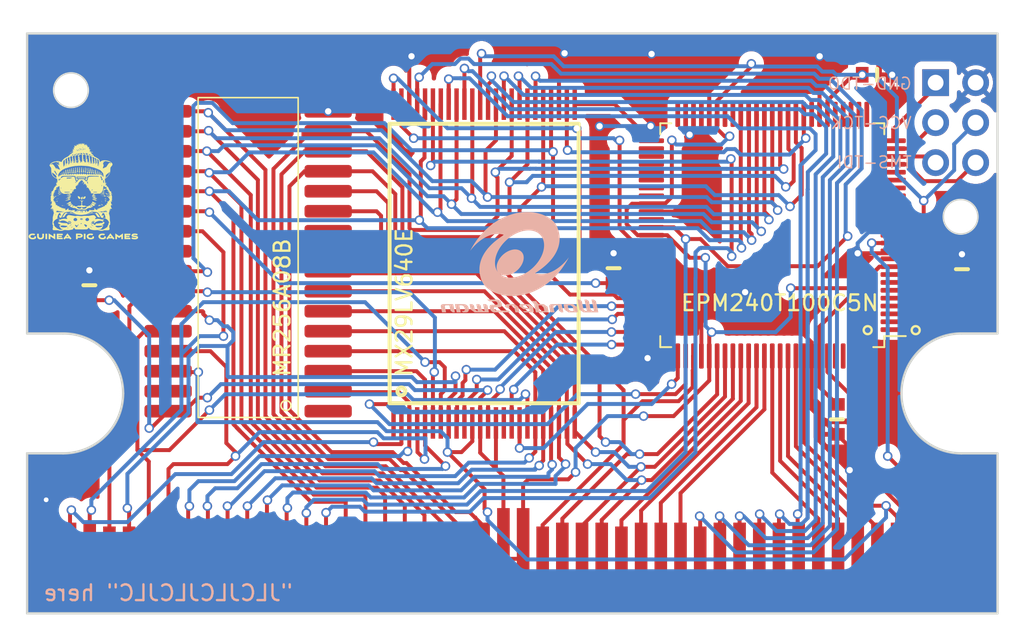
<source format=kicad_pcb>
(kicad_pcb (version 20241229) (generator "pcbnew") (generator_version "9.0")
  (layers (0 "F.Cu" signal) (2 "B.Cu" signal) (13 "F.Paste" user) (15 "B.Paste" user) (5 "F.SilkS" user "F.Silkscreen") (7 "B.SilkS" user "B.Silkscreen") (1 "F.Mask" user) (3 "B.Mask" user) (25 "Edge.Cuts" user))
  (net 0 "")
  (net 1 "GND")
  (net 2 "A0")
  (net 3 "D0")
  (net 4 "A3")
  (net 5 "INT")
  (net 6 "D15")
  (net 7 "CLK")
  (net 8 "D5")
  (net 9 "D9")
  (net 10 "A5")
  (net 11 "A9")
  (net 12 "A4")
  (net 13 "D12")
  (net 14 "D13")
  (net 15 "A8")
  (net 16 "D8")
  (net 17 "D6")
  (net 18 "D11")
  (net 19 "A10")
  (net 20 "D7")
  (net 21 "D4")
  (net 22 "D10")
  (net 23 "D2")
  (net 24 "D1")
  (net 25 "A19")
  (net 26 "A18")
  (net 27 "A17")
  (net 28 "A16")
  (net 29 "RESET")
  (net 30 "A12")
  (net 31 "D3")
  (net 32 "A13")
  (net 33 "A14")
  (net 34 "A7")
  (net 35 "D14")
  (net 36 "SO")
  (net 37 "SS")
  (net 38 "OE")
  (net 39 "WE")
  (net 40 "CE")
  (net 41 "A11")
  (net 50 "A6")
  (net 59 "A15")
  (net 60 "A1")
  (net 61 "A2")
  (net 68 "TDO")
  (net 69 "TDI")
  (net 70 "TMS")
  (net 71 "BYTE")
  (net 89 "TCK")
  (net 90 "CE_M1")
  (net 91 "OE_M1_U2")
  (net 92 "A20_U2")
  (net 93 "A18_U2")
  (net 94 "A15_U2")
  (net 104 "A16_U2")
  (net 105 "A17_U2")
  (net 106 "A0_U2")
  (net 107 "CE_U2")
  (net 108 "VCC")
  (net 109 "A21_U2")
  (net 110 "A19_U2")
  (footprint "db-smt:0603" (layer "F.Cu") (at 152.75 117)
    (property "Reference" "C3" (hide yes))
    (property "Value" "c=0.1" (hide yes))
  )
  (footprint "Fiducial:Fiducial_0.5mm_Mask1mm" (layer "F.Cu") (at 100.203 142.367)
    (property "Reference" "Corner2" (hide yes))
    (property "Value" "Fiducial" (hide yes))
  )
  (footprint "db-smt:TSSOP-48" (layer "F.Cu") (at 122.05 139.115 90)
    (property "Reference" "U2" (hide yes))
    (property "Value" "MX29LV640ETTI-70G" (hide yes))
  )
  (footprint "Fiducial:Fiducial_0.5mm_Mask1mm" (layer "F.Cu") (at 159.258 115.5)
    (property "Reference" "Corner1" (hide yes))
    (property "Value" "Fiducial" (hide yes))
  )
  (footprint "Package_QFP:LQFP-100_14x14mm_P0.5mm" (layer "F.Cu") (at 146.09 127.19 180)
    (property "Reference" "U1" (hide yes))
    (property "Value" "EPM240T100" (hide yes))
  )
  (footprint "db-smt:0603" (layer "F.Cu") (at 150.19 138.89 -90)
    (property "Reference" "C4" (hide yes))
    (property "Value" "c=0.1" (hide yes))
  )
  (footprint "db-smt:0603" (layer "F.Cu") (at 158.13 129.35 90)
    (property "Reference" "C2" (hide yes))
    (property "Value" "c=0.1" (hide yes))
  )
  (footprint "Connector_PinHeader_2.54mm:PinHeader_2x03_P2.54mm_Vertical" (layer "F.Cu") (at 156.46 117.5)
    (property "Reference" "CON1" (hide yes))
    (property "Value" "JTAG-2X3-1.27MM-HDR" (hide yes))
  )
  (footprint "AliWS:SOIC_32_7.5mmx20.5mm_P1.27" (layer "F.Cu") (at 112.82 128.21)
    (property "Reference" "M1" (hide yes))
    (property "Value" "MR256A08BS035" (hide yes))
  )
  (footprint "db-smt:0603" (layer "F.Cu") (at 136.017 129.286 90)
    (property "Reference" "C5" (hide yes))
    (property "Value" "c=0.1" (hide yes))
  )
  (footprint "LOGO" (layer "F.Cu") (at 102.362 124.46)
    (property "Reference" "G***" (hide yes))
    (property "Value" "LOGO" (hide yes))
  )
  (footprint "AliWS:EDGE" (layer "F.Cu") (at 129.645 147.32)
    (property "Reference" "J1" (hide yes))
    (property "Value" "WSCE" (hide yes))
    (fp_circle (center -28.07 -29.34) (end -26.97 -29.34) (stroke (width 0.1)) (fill no) (layer "Edge.Cuts"))
    (fp_circle (center 28.4 -21.3) (end 29.5 -21.3) (stroke (width 0.1)) (fill no) (layer "Edge.Cuts"))
  )
  (footprint "db-smt:0603" (layer "F.Cu") (at 102.743 130.37 90)
    (property "Reference" "C1" (hide yes))
    (property "Value" "c=0.1" (hide yes))
  )
  (footprint "LOGO" (layer "B.Cu") (at 130.048 128.905 180)
    (property "Reference" "G***" (hide yes))
    (property "Value" "LOGO" (hide yes))
  )
  (gr_circle (center 155.194 133.223) (end 155.194 133.477) (stroke (width 0.15)) (fill no) (layer "F.SilkS"))
  (gr_circle (center 152.146 133.223) (end 152.146 133.477) (stroke (width 0.15)) (fill no) (layer "F.SilkS"))
  (gr_line (start 160.385 151.21) (end 160.385 141.05) (stroke (width 0.15)) (layer "Edge.Cuts"))
  (gr_line (start 98.79 133.43) (end 98.79 114.38) (stroke (width 0.15)) (layer "Edge.Cuts"))
  (gr_line (start 160.385 114.38) (end 160.385 133.43) (stroke (width 0.15)) (layer "Edge.Cuts"))
  (gr_line (start 98.79 151.21) (end 98.79 141.05) (stroke (width 0.15)) (layer "Edge.Cuts"))
  (gr_line (start 101.076 133.43) (end 98.79 133.43) (stroke (width 0.15)) (layer "Edge.Cuts"))
  (gr_arc (start 158.099 141.05) (mid 155.404923 139.934077) (end 154.289 137.24) (stroke (width 0.15)) (layer "Edge.Cuts"))
  (gr_arc (start 104.886 137.24) (mid 103.770077 139.934077) (end 101.076 141.05) (stroke (width 0.15)) (layer "Edge.Cuts"))
  (gr_arc (start 101.076 133.43) (mid 103.770077 134.545923) (end 104.886 137.24) (stroke (width 0.15)) (layer "Edge.Cuts"))
  (gr_line (start 160.385 114.38) (end 98.79 114.38) (stroke (width 0.15)) (layer "Edge.Cuts"))
  (gr_line (start 98.79 151.21) (end 160.385 151.21) (stroke (width 0.15)) (layer "Edge.Cuts"))
  (gr_line (start 101.076 141.05) (end 98.79 141.05) (stroke (width 0.15)) (layer "Edge.Cuts"))
  (gr_line (start 158.099 141.05) (end 160.385 141.05) (stroke (width 0.15)) (layer "Edge.Cuts"))
  (gr_line (start 158.099 133.43) (end 160.385 133.43) (stroke (width 0.15)) (layer "Edge.Cuts"))
  (gr_arc (start 154.289 137.24) (mid 155.404923 134.545923) (end 158.099 133.43) (stroke (width 0.15)) (layer "Edge.Cuts"))
  (gr_text "EPM240T100C5N" (at 140.208 132.08 0) (layer "F.SilkS") (effects (font (size 1 1)) (justify left bottom)))
  (gr_text "MX29LV640E" (at 123.317 136.271 90) (layer "F.SilkS") (effects (font (size 1 1)) (justify left bottom)))
  (gr_text "MR256A08B" (at 115.57 136.271 90) (layer "F.SilkS") (effects (font (size 1 1)) (justify left bottom)))
  (gr_text "TMS-TDI" (at 155 123 0) (layer "B.SilkS") (effects (font (size 0.75 0.75) (thickness 0.09375)) (justify left bottom mirror)))
  (gr_text "{dblquote}JLCJLCJLCJLC{dblquote} here" (at 115.75 150.5 0) (layer "B.SilkS") (effects (font (size 1 1)) (justify left bottom mirror)))
  (gr_text "GND-TDO" (at 155 118 0) (layer "B.SilkS") (effects (font (size 0.75 0.75) (thickness 0.09375)) (justify left bottom mirror)))
  (gr_text "VCC-TCK" (at 155 120.5 0) (layer "B.SilkS") (effects (font (size 0.75 0.75) (thickness 0.09375)) (justify left bottom mirror)))
  (segment (start 123.19 115.824) (end 123.05 115.964) (width 0.25) (layer "F.Cu") (net 1))
  (segment (start 123.05 115.964) (end 123.05 118.865) (width 0.25) (layer "F.Cu") (net 1))
  (segment (start 138.43 115.678) (end 138.367883 115.740117) (width 0.25) (layer "F.Cu") (net 1))
  (segment (start 158.164 116.664) (end 159 117.5) (width 0.25) (layer "F.Cu") (net 1))
  (segment (start 138.367883 115.740117) (end 138.367883 120.258999) (width 0.25) (layer "F.Cu") (net 1))
  (segment (start 142.09 120.384178) (end 141.669178 120.805) (width 0.25) (layer "F.Cu") (net 1))
  (segment (start 136.017 128.336) (end 136.163 128.19) (width 0.25) (layer "F.Cu") (net 1))
  (segment (start 140.716 125.69) (end 138.415 125.69) (width 0.25) (layer "F.Cu") (net 1))
  (segment (start 142.09 119.515) (end 142.09 120.384178) (width 0.25) (layer "F.Cu") (net 1))
  (segment (start 148.59 138.24) (end 150.19 139.84) (width 0.25) (layer "F.Cu") (net 1))
  (segment (start 102.743 121.158) (end 102.743 129.42) (width 0.25) (layer "F.Cu") (net 1))
  (segment (start 138.576 115.824) (end 141.605 115.824) (width 0.25) (layer "F.Cu") (net 1))
  (segment (start 158.164 115.5) (end 158.164 116.664) (width 0.25) (layer "F.Cu") (net 1))
  (segment (start 100.045 147.75) (end 100 147.705) (width 0.25) (layer "F.Cu") (net 1))
  (segment (start 123.19 115.824) (end 121.396 115.824) (width 0.25) (layer "F.Cu") (net 1))
  (segment (start 121.396 115.824) (end 117.9 119.32) (width 0.25) (layer "F.Cu") (net 1))
  (segment (start 141.669178 120.805) (end 140.843 120.805) (width 0.25) (layer "F.Cu") (net 1))
  (segment (start 132.906198 115.632802) (end 132.55 115.989) (width 0.25) (layer "F.Cu") (net 1))
  (segment (start 153.765 128.69) (end 153.765 128.19) (width 0.25) (layer "F.Cu") (net 1))
  (segment (start 100 147.705) (end 100 144) (width 0.25) (layer "F.Cu") (net 1))
  (segment (start 141.605 115.824) (end 142.09 116.309) (width 0.25) (layer "F.Cu") (net 1))
  (segment (start 136.163 128.19) (end 138.415 128.19) (width 0.25) (layer "F.Cu") (net 1))
  (segment (start 106.426 117.475) (end 102.743 121.158) (width 0.25) (layer "F.Cu") (net 1))
  (segment (start 151.013 140.663) (end 150.19 139.84) (width 0.25) (layer "F.Cu") (net 1))
  (segment (start 148.59 134.865) (end 148.59 138.24) (width 0.25) (layer "F.Cu") (net 1))
  (segment (start 117.9 119.32) (end 116.055 117.475) (width 0.25) (layer "F.Cu") (net 1))
  (segment (start 148.59 133.995822) (end 145.404178 130.81) (width 0.25) (layer "F.Cu") (net 1))
  (segment (start 151.511 128.34) (end 153.615 128.34) (width 0.25) (layer "F.Cu") (net 1))
  (segment (start 141.59 132.71) (end 141.59 134.865) (width 0.25) (layer "F.Cu") (net 1))
  (segment (start 116.055 117.475) (end 106.426 117.475) (width 0.25) (layer "F.Cu") (net 1))
  (segment (start 138.43 115.678) (end 138.576 115.824) (width 0.25) (layer "F.Cu") (net 1))
  (segment (start 148.59 134.865) (end 148.59 133.995822) (width 0.25) (layer "F.Cu") (net 1))
  (segment (start 132.55 115.989) (end 132.55 118.865) (width 0.25) (layer "F.Cu") (net 1))
  (segment (start 145.404178 130.81) (end 144.3665 130.81) (width 0.25) (layer "F.Cu") (net 1))
  (segment (start 151.013 142.103) (end 151.013 140.663) (width 0.25) (layer "F.Cu") (net 1))
  (segment (start 149.098 115.824) (end 149.098 117.856) (width 0.25) (layer "F.Cu") (net 1))
  (segment (start 149.098 117.856) (end 149.09 117.864) (width 0.25) (layer "F.Cu") (net 1))
  (segment (start 140.843 125.563) (end 140.716 125.69) (width 0.25) (layer "F.Cu") (net 1))
  (segment (start 153.7 117) (end 155.2 115.5) (width 0.25) (layer "F.Cu") (net 1))
  (segment (start 140.843 120.805) (end 140.843 125.563) (width 0.25) (layer "F.Cu") (net 1))
  (segment (start 142.09 116.309) (end 142.09 119.515) (width 0.25) (layer "F.Cu") (net 1))
  (segment (start 151.003 142.113) (end 151.013 142.103) (width 0.25) (layer "F.Cu") (net 1))
  (segment (start 153.615 128.34) (end 153.765 128.19) (width 0.25) (layer "F.Cu") (net 1))
  (segment (start 155.2 115.5) (end 158.164 115.5) (width 0.25) (layer "F.Cu") (net 1))
  (segment (start 141.920295 132.379705) (end 141.59 132.71) (width 0.25) (layer "F.Cu") (net 1))
  (segment (start 149.09 117.864) (end 149.09 119.515) (width 0.25) (layer "F.Cu") (net 1))
  (segment (start 142.796795 132.379705) (end 140.797295 132.379705) (width 0.25) (layer "F.Cu") (net 1))
  (segment (start 140.797295 132.379705) (end 138.176 135.001) (width 0.25) (layer "F.Cu") (net 1))
  (segment (start 144.3665 130.81) (end 142.796795 132.379705) (width 0.25) (layer "F.Cu") (net 1))
  (via (at 149.098 115.824) (size 0.6) (drill 0.4) (layers "F.Cu" "B.Cu") (net 1))
  (via (at 123.19 115.824) (size 0.6) (drill 0.4) (layers "F.Cu" "B.Cu") (net 1))
  (via (at 151.511 128.34) (size 0.6) (drill 0.4) (layers "F.Cu" "B.Cu") (net 1))
  (via (at 144.3665 130.81) (size 0.6) (drill 0.4) (layers "F.Cu" "B.Cu") (net 1))
  (via (at 138.367883 120.258999) (size 0.6) (drill 0.4) (layers "F.Cu" "B.Cu") (net 1))
  (via (at 140.843 120.805) (size 0.6) (drill 0.4) (layers "F.Cu" "B.Cu") (net 1))
  (via (at 158.13 128.4) (size 0.6) (drill 0.4) (layers "F.Cu" "B.Cu") (net 1))
  (via (at 138.176 135.001) (size 0.6) (drill 0.4) (layers "F.Cu" "B.Cu") (net 1))
  (via (at 153.7 117) (size 0.6) (drill 0.4) (layers "F.Cu" "B.Cu") (net 1))
  (via (at 138.43 115.678) (size 0.6) (drill 0.4) (layers "F.Cu" "B.Cu") (net 1))
  (via (at 151.003 142.113) (size 0.6) (drill 0.4) (layers "F.Cu" "B.Cu") (net 1))
  (via (at 132.906198 115.632802) (size 0.6) (drill 0.4) (layers "F.Cu" "B.Cu") (net 1))
  (via (at 117.9 119.32) (size 0.6) (drill 0.4) (layers "F.Cu" "B.Cu") (net 1))
  (via (at 100 144) (size 0.6) (drill 0.3) (layers "F.Cu" "B.Cu") (net 1))
  (via (at 135.128 120.269) (size 0.6) (drill 0.4) (layers "F.Cu" "B.Cu") (net 1))
  (via (at 136.017 128.336) (size 0.6) (drill 0.4) (layers "F.Cu" "B.Cu") (net 1))
  (via (at 102.743 129.42) (size 0.6) (drill 0.4) (layers "F.Cu" "B.Cu") (net 1))
  (segment (start 135.138001 120.258999) (end 135.128 120.269) (width 0.25) (layer "B.Cu") (net 1))
  (segment (start 151.511 127.693702) (end 152.204702 127) (width 0.25) (layer "B.Cu") (net 1))
  (segment (start 105.5 139) (end 105.5 135) (width 0.25) (layer "B.Cu") (net 1))
  (segment (start 100.5 144) (end 105.5 139) (width 0.25) (layer "B.Cu") (net 1))
  (segment (start 100 144) (end 100.5 144) (width 0.25) (layer "B.Cu") (net 1))
  (segment (start 138.367883 120.258999) (end 135.138001 120.258999) (width 0.25) (layer "B.Cu") (net 1))
  (segment (start 151.511 128.34) (end 151.511 127.693702) (width 0.25) (layer "B.Cu") (net 1))
  (segment (start 156.73 127) (end 158.13 128.4) (width 0.25) (layer "B.Cu") (net 1))
  (segment (start 105.5 135) (end 102.743 132.243) (width 0.25) (layer "B.Cu") (net 1))
  (segment (start 102.743 132.243) (end 102.743 129.42) (width 0.25) (layer "B.Cu") (net 1))
  (segment (start 152.204702 127) (end 156.73 127) (width 0.25) (layer "B.Cu") (net 1))
  (segment (start 136.652 138.938) (end 136.652 140.462) (width 0.25) (layer "F.Cu") (net 2))
  (segment (start 141.066 135.758178) (end 141.041 135.783178) (width 0.25) (layer "F.Cu") (net 2))
  (segment (start 131.515 148.32) (end 131.515 145.599) (width 0.25) (layer "F.Cu") (net 2))
  (segment (start 127.876 128.257) (end 122.034 128.257) (width 0.25) (layer "F.Cu") (net 2))
  (segment (start 120.971 124.4) (end 117.9 124.4) (width 0.25) (layer "F.Cu") (net 2))
  (segment (start 122.034 128.257) (end 121.71 127.933) (width 0.25) (layer "F.Cu") (net 2))
  (segment (start 136.652 140.208) (end 136.652 137.033) (width 0.25) (layer "F.Cu") (net 2))
  (segment (start 141.066 134.865) (end 141.066 135.758178) (width 0.25) (layer "F.Cu") (net 2))
  (segment (start 136.652 140.462) (end 131.515 145.599) (width 0.25) (layer "F.Cu") (net 2))
  (segment (start 141.09 134.865) (end 141.066 134.865) (width 0.25) (layer "F.Cu") (net 2))
  (segment (start 141.041 135.783178) (end 141.041 136.835) (width 0.25) (layer "F.Cu") (net 2))
  (segment (start 121.71 125.139) (end 120.971 124.4) (width 0.25) (layer "F.Cu") (net 2))
  (segment (start 136.652 137.033) (end 127.876 128.257) (width 0.25) (layer "F.Cu") (net 2))
  (segment (start 121.71 127.933) (end 121.71 125.139) (width 0.25) (layer "F.Cu") (net 2))
  (segment (start 141.041 136.835) (end 140.138 137.738) (width 0.25) (layer "F.Cu") (net 2))
  (segment (start 140.138 137.738) (end 137.852 137.738) (width 0.25) (layer "F.Cu") (net 2))
  (segment (start 137.852 137.738) (end 136.652 138.938) (width 0.25) (layer "F.Cu") (net 2))
  (segment (start 122.161 124.574) (end 120.717 123.13) (width 0.25) (layer "F.Cu") (net 3))
  (segment (start 147.216854 125.363935) (end 147.955 124.625789) (width 0.25) (layer "F.Cu") (net 3))
  (segment (start 147.589 119.516) (end 147.59 119.515) (width 0.25) (layer "F.Cu") (net 3))
  (segment (start 128.27281 127.762) (end 122.555 127.762) (width 0.25) (layer "F.Cu") (net 3))
  (segment (start 122.555 127.762) (end 122.161 127.368) (width 0.25) (layer "F.Cu") (net 3))
  (segment (start 130.048 125.984) (end 129.864 126.168) (width 0.25) (layer "F.Cu") (net 3))
  (segment (start 126.873 144.78) (end 127.217 145.124) (width 0.25) (layer "F.Cu") (net 3))
  (segment (start 131.445 124.123) (end 131.55 124.018) (width 0.25) (layer "F.Cu") (net 3))
  (segment (start 147.589 121.290298) (end 147.589 119.516) (width 0.25) (layer "F.Cu") (net 3))
  (segment (start 147.955 121.656298) (end 147.589 121.290298) (width 0.25) (layer "F.Cu") (net 3))
  (segment (start 122.86881 141.662) (end 125.98681 144.78) (width 0.25) (layer "F.Cu") (net 3))
  (segment (start 120.717 123.13) (end 117.9 123.13) (width 0.25) (layer "F.Cu") (net 3))
  (segment (start 127.217 145.124) (end 127.241 145.124) (width 0.25) (layer "F.Cu") (net 3))
  (segment (start 122.161 127.368) (end 122.161 124.574) (width 0.25) (layer "F.Cu") (net 3))
  (segment (start 115.443 124.087) (end 115.443 138.303) (width 0.25) (layer "F.Cu") (net 3))
  (segment (start 129.864 126.168) (end 129.864 126.17081) (width 0.25) (layer "F.Cu") (net 3))
  (segment (start 115.443 138.303) (end 118.11 140.97) (width 0.25) (layer "F.Cu") (net 3))
  (segment (start 122.684578 141.662) (end 122.86881 141.662) (width 0.25) (layer "F.Cu") (net 3))
  (segment (start 117.9 123.13) (end 116.4 123.13) (width 0.25) (layer "F.Cu") (net 3))
  (segment (start 147.955 124.625789) (end 147.955 121.656298) (width 0.25) (layer "F.Cu") (net 3))
  (segment (start 121.992578 140.97) (end 122.684578 141.662) (width 0.25) (layer "F.Cu") (net 3))
  (segment (start 131.445 124.123) (end 130.048 125.52) (width 0.25) (layer "F.Cu") (net 3))
  (segment (start 118.11 140.97) (end 121.992578 140.97) (width 0.25) (layer "F.Cu") (net 3))
  (segment (start 129.864 126.17081) (end 128.27281 127.762) (width 0.25) (layer "F.Cu") (net 3))
  (segment (start 116.4 123.13) (end 115.443 124.087) (width 0.25) (layer "F.Cu") (net 3))
  (segment (start 130.048 125.52) (end 130.048 125.984) (width 0.25) (layer "F.Cu") (net 3))
  (segment (start 127.765 145.672) (end 127.765 148.2) (width 0.25) (layer "F.Cu") (net 3))
  (segment (start 125.98681 144.78) (end 126.873 144.78) (width 0.25) (layer "F.Cu") (net 3))
  (segment (start 131.55 124.018) (end 131.55 118.865) (width 0.25) (layer "F.Cu") (net 3))
  (segment (start 127.241 145.124) (end 127.241 145.148) (width 0.25) (layer "F.Cu") (net 3))
  (segment (start 127.241 145.148) (end 127.765 145.672) (width 0.25) (layer "F.Cu") (net 3))
  (via (at 131.445 124.123) (size 0.6) (drill 0.4) (layers "F.Cu" "B.Cu") (net 3))
  (via (at 147.216854 125.363935) (size 0.6) (drill 0.4) (layers "F.Cu" "B.Cu") (net 3))
  (segment (start 142.43805 124.644) (end 146.496919 124.644) (width 0.25) (layer "B.Cu") (net 3))
  (segment (start 146.496919 124.644) (end 147.216854 125.363935) (width 0.25) (layer "B.Cu") (net 3))
  (segment (start 131.445 124.123) (end 131.489 124.079) (width 0.25) (layer "B.Cu") (net 3))
  (segment (start 131.489 124.079) (end 141.87305 124.079) (width 0.25) (layer "B.Cu") (net 3))
  (segment (start 141.87305 124.079) (end 142.43805 124.644) (width 0.25) (layer "B.Cu") (net 3))
  (segment (start 143.59 134.865) (end 143.59 137.58238) (width 0.25) (layer "F.Cu") (net 4))
  (segment (start 118.032 129.612) (end 117.9 129.48) (width 0.25) (layer "F.Cu") (net 4))
  (segment (start 138.42438 142.748) (end 137.795 142.748) (width 0.25) (layer "F.Cu") (net 4))
  (segment (start 133.084 140.45) (end 133.084 139.149) (width 0.25) (layer "F.Cu") (net 4))
  (segment (start 137.795 142.748) (end 135.265 145.278) (width 0.25) (layer "F.Cu") (net 4))
  (segment (start 143.59 137.58238) (end 138.42438 142.748) (width 0.25) (layer "F.Cu") (net 4))
  (segment (start 127.31757 129.612) (end 118.032 129.612) (width 0.25) (layer "F.Cu") (net 4))
  (segment (start 135.265 145.278) (end 135.265 148.2) (width 0.25) (layer "F.Cu") (net 4))
  (segment (start 133.084 139.149) (end 133.05 139.115) (width 0.25) (layer "F.Cu") (net 4))
  (segment (start 134.366 141.732) (end 133.084 140.45) (width 0.25) (layer "F.Cu") (net 4))
  (segment (start 133.05 135.34443) (end 127.31757 129.612) (width 0.25) (layer "F.Cu") (net 4))
  (segment (start 133.05 139.115) (end 133.05 135.34443) (width 0.25) (layer "F.Cu") (net 4))
  (via (at 134.366 141.732) (size 0.6) (drill 0.4) (layers "F.Cu" "B.Cu") (net 4))
  (via (at 137.795 142.748) (size 0.6) (drill 0.4) (layers "F.Cu" "B.Cu") (net 4))
  (segment (start 136.847114 142.748) (end 137.795 142.748) (width 0.25) (layer "B.Cu") (net 4))
  (segment (start 135.831114 141.732) (end 136.847114 142.748) (width 0.25) (layer "B.Cu") (net 4))
  (segment (start 134.366 141.732) (end 135.831114 141.732) (width 0.25) (layer "B.Cu") (net 4))
  (segment (start 152.09 141.468) (end 156.515 145.893) (width 0.25) (layer "F.Cu") (net 5))
  (segment (start 156.515 145.893) (end 156.515 148.2) (width 0.25) (layer "F.Cu") (net 5))
  (segment (start 152.09 134.865) (end 152.09 141.468) (width 0.25) (layer "F.Cu") (net 5))
  (segment (start 141.53685 127.435) (end 140.589 127.435) (width 0.25) (layer "F.Cu") (net 6))
  (segment (start 143.26085 129.159) (end 141.53685 127.435) (width 0.25) (layer "F.Cu") (net 6))
  (segment (start 139.844 126.69) (end 138.415 126.69) (width 0.25) (layer "F.Cu") (net 6))
  (segment (start 123.675 117.1575) (end 123.6345 117.1575) (width 0.25) (layer "F.Cu") (net 6))
  (segment (start 116.515 144.836) (end 116.515 148.32) (width 0.25) (layer "F.Cu") (net 6))
  (segment (start 148.971 129.159) (end 143.26085 129.159) (width 0.25) (layer "F.Cu") (net 6))
  (segment (start 150.876 127.254) (end 148.971 129.159) (width 0.25) (layer "F.Cu") (net 6))
  (segment (start 123.55 117.242) (end 123.55 118.865) (width 0.25) (layer "F.Cu") (net 6))
  (segment (start 140.589 127.435) (end 139.844 126.69) (width 0.25) (layer "F.Cu") (net 6))
  (segment (start 123.6345 117.1575) (end 123.55 117.242) (width 0.25) (layer "F.Cu") (net 6))
  (via (at 123.675 117.1575) (size 0.6) (drill 0.4) (layers "F.Cu" "B.Cu") (net 6))
  (via (at 116.515 144.836) (size 0.6) (drill 0.4) (layers "F.Cu" "B.Cu") (net 6))
  (via (at 140.589 127.435) (size 0.6) (drill 0.4) (layers "F.Cu" "B.Cu") (net 6))
  (via (at 150.876 127.254) (size 0.6) (drill 0.4) (layers "F.Cu" "B.Cu") (net 6))
  (segment (start 132.207 116.459) (end 132.210702 116.459) (width 0.25) (layer "B.Cu") (net 6))
  (segment (start 132.068 116.32) (end 132.207 116.459) (width 0.25) (layer "B.Cu") (net 6))
  (segment (start 126.290702 115.971) (end 126.809298 115.971) (width 0.25) (layer "B.Cu") (net 6))
  (segment (start 127.158298 116.32) (end 132.068 116.32) (width 0.25) (layer "B.Cu") (net 6))
  (segment (start 120.412842 144.302) (end 126.71319 144.302) (width 0.25) (layer "B.Cu") (net 6))
  (segment (start 151.765 119.253) (end 151.765 122.95005) (width 0.25) (layer "B.Cu") (net 6))
  (segment (start 151.765 122.95005) (end 150.749 123.96605) (width 0.25) (layer "B.Cu") (net 6))
  (segment (start 120.097842 143.987) (end 120.412842 144.302) (width 0.25) (layer "B.Cu") (net 6))
  (segment (start 124.5125 116.32) (end 125.941702 116.32) (width 0.25) (layer "B.Cu") (net 6))
  (segment (start 132.679702 116.928) (end 148.753448 116.928) (width 0.25) (layer "B.Cu") (net 6))
  (segment (start 149.763 117.251) (end 151.765 119.253) (width 0.25) (layer "B.Cu") (net 6))
  (segment (start 150.749 127.127) (end 150.876 127.254) (width 0.25) (layer "B.Cu") (net 6))
  (segment (start 116.998 143.987) (end 120.097842 143.987) (width 0.25) (layer "B.Cu") (net 6))
  (segment (start 132.210702 116.459) (end 132.679702 116.928) (width 0.25) (layer "B.Cu") (net 6))
  (segment (start 125.941702 116.32) (end 126.290702 115.971) (width 0.25) (layer "B.Cu") (net 6))
  (segment (start 149.076448 117.251) (end 149.763 117.251) (width 0.25) (layer "B.Cu") (net 6))
  (segment (start 126.809298 115.971) (end 127.158298 116.32) (width 0.25) (layer "B.Cu") (net 6))
  (segment (start 126.71319 144.302) (end 127.57519 143.44) (width 0.25) (layer "B.Cu") (net 6))
  (segment (start 123.675 117.1575) (end 124.5125 116.32) (width 0.25) (layer "B.Cu") (net 6))
  (segment (start 150.749 123.96605) (end 150.749 127.127) (width 0.25) (layer "B.Cu") (net 6))
  (segment (start 148.753448 116.928) (end 149.076448 117.251) (width 0.25) (layer "B.Cu") (net 6))
  (segment (start 116.515 144.47) (end 116.998 143.987) (width 0.25) (layer "B.Cu") (net 6))
  (segment (start 138.11619 143.44) (end 140.589 140.96719) (width 0.25) (layer "B.Cu") (net 6))
  (segment (start 127.57519 143.44) (end 138.11619 143.44) (width 0.25) (layer "B.Cu") (net 6))
  (segment (start 140.589 140.96719) (end 140.589 127.435) (width 0.25) (layer "B.Cu") (net 6))
  (segment (start 116.515 144.836) (end 116.515 144.47) (width 0.25) (layer "B.Cu") (net 6))
  (segment (start 157.765 148.32) (end 157.765 145.573) (width 0.25) (layer "F.Cu") (net 7))
  (segment (start 157.765 145.573) (end 153.416 141.224) (width 0.25) (layer "F.Cu") (net 7))
  (segment (start 152.4 127.69) (end 153.765 127.69) (width 0.25) (layer "F.Cu") (net 7))
  (via (at 152.4 127.69) (size 0.6) (drill 0.4) (layers "F.Cu" "B.Cu") (net 7))
  (via (at 153.416 141.224) (size 0.6) (drill 0.4) (layers "F.Cu" "B.Cu") (net 7))
  (segment (start 152.4 127.69) (end 152.4 128.27) (width 0.25) (layer "B.Cu") (net 7))
  (segment (start 152.4 128.27) (end 153.416 129.286) (width 0.25) (layer "B.Cu") (net 7))
  (segment (start 153.416 129.286) (end 153.416 141.224) (width 0.25) (layer "B.Cu") (net 7))
  (segment (start 125.73 125.222) (end 126.05 124.902) (width 0.25) (layer "F.Cu") (net 8))
  (segment (start 117.17595 143.225) (end 120.99157 143.225) (width 0.25) (layer "F.Cu") (net 8))
  (segment (start 113.131 139.17443) (end 113.131 139.17724) (width 0.25) (layer "F.Cu") (net 8))
  (segment (start 113.017 139.05481) (end 113.017 139.05762) (width 0.25) (layer "F.Cu") (net 8))
  (segment (start 126.05 124.902) (end 126.05 118.865) (width 0.25) (layer "F.Cu") (net 8))
  (segment (start 113.131 139.17724) (end 113.188 139.23424) (width 0.25) (layer "F.Cu") (net 8))
  (segment (start 112.987546 139.025356) (end 113.017 139.05481) (width 0.25) (layer "F.Cu") (net 8))
  (segment (start 145.104 126.659528) (end 145.104 119.529) (width 0.25) (layer "F.Cu") (net 8))
  (segment (start 107.75 121.85) (end 107.74 121.86) (width 0.25) (layer "F.Cu") (net 8))
  (segment (start 113.188 139.23705) (end 117.17595 143.225) (width 0.25) (layer "F.Cu") (net 8))
  (segment (start 120.99157 143.225) (end 121.515 143.74843) (width 0.25) (layer "F.Cu") (net 8))
  (segment (start 110.2 121.85) (end 107.75 121.85) (width 0.25) (layer "F.Cu") (net 8))
  (segment (start 145.104 119.529) (end 145.09 119.515) (width 0.25) (layer "F.Cu") (net 8))
  (segment (start 112.987546 124.637546) (end 112.987546 139.025356) (width 0.25) (layer "F.Cu") (net 8))
  (segment (start 110.2 121.85) (end 112.987546 124.637546) (width 0.25) (layer "F.Cu") (net 8))
  (segment (start 121.515 143.74843) (end 121.515 148.2) (width 0.25) (layer "F.Cu") (net 8))
  (segment (start 113.074 139.11743) (end 113.131 139.17443) (width 0.25) (layer "F.Cu") (net 8))
  (segment (start 113.017 139.05762) (end 113.074 139.11462) (width 0.25) (layer "F.Cu") (net 8))
  (segment (start 113.188 139.23424) (end 113.188 139.23705) (width 0.25) (layer "F.Cu") (net 8))
  (segment (start 145.390715 126.946243) (end 145.104 126.659528) (width 0.25) (layer "F.Cu") (net 8))
  (segment (start 113.074 139.11462) (end 113.074 139.11743) (width 0.25) (layer "F.Cu") (net 8))
  (via (at 125.73 125.222) (size 0.6) (drill 0.4) (layers "F.Cu" "B.Cu") (net 8))
  (via (at 145.390715 126.946243) (size 0.6) (drill 0.4) (layers "F.Cu" "B.Cu") (net 8))
  (via (at 110.2 121.85) (size 0.6) (drill 0.4) (layers "F.Cu" "B.Cu") (net 8))
  (segment (start 144.809472 126.365) (end 145.390715 126.946243) (width 0.25) (layer "B.Cu") (net 8))
  (segment (start 120.96481 121.482) (end 111.296 121.482) (width 0.25) (layer "B.Cu") (net 8))
  (segment (start 142.24562 126.365) (end 144.809472 126.365) (width 0.25) (layer "B.Cu") (net 8))
  (segment (start 141.72462 125.844) (end 142.24562 126.365) (width 0.25) (layer "B.Cu") (net 8))
  (segment (start 126.352 125.844) (end 141.72462 125.844) (width 0.25) (layer "B.Cu") (net 8))
  (segment (start 125.73 125.222) (end 125.222 124.714) (width 0.25) (layer "B.Cu") (net 8))
  (segment (start 125.222 124.714) (end 124.19681 124.714) (width 0.25) (layer "B.Cu") (net 8))
  (segment (start 124.19681 124.714) (end 120.96481 121.482) (width 0.25) (layer "B.Cu") (net 8))
  (segment (start 110.928 121.85) (end 110.2 121.85) (width 0.25) (layer "B.Cu") (net 8))
  (segment (start 125.73 125.222) (end 126.352 125.844) (width 0.25) (layer "B.Cu") (net 8))
  (segment (start 111.296 121.482) (end 110.928 121.85) (width 0.25) (layer "B.Cu") (net 8))
  (segment (start 142.765 148.2) (end 142.765 145.051) (width 0.25) (layer "F.Cu") (net 9))
  (segment (start 130.05 117.346) (end 130.05 118.865) (width 0.25) (layer "F.Cu") (net 9))
  (segment (start 129.978448 117.274448) (end 130.05 117.346) (width 0.25) (layer "F.Cu") (net 9))
  (segment (start 129.978448 117.083999) (end 129.978448 117.274448) (width 0.25) (layer "F.Cu") (net 9))
  (segment (start 142.765 145.051) (end 142.748 145.034) (width 0.25) (layer "F.Cu") (net 9))
  (via (at 142.748 145.034) (size 0.6) (drill 0.4) (layers "F.Cu" "B.Cu") (net 9))
  (via (at 129.978448 117.083999) (size 0.6) (drill 0.4) (layers "F.Cu" "B.Cu") (net 9))
  (segment (start 148.520728 146.886) (end 144.6 146.886) (width 0.25) (layer "B.Cu") (net 9))
  (segment (start 150.863 119.75081) (end 150.863 122.57643) (width 0.25) (layer "B.Cu") (net 9))
  (segment (start 148.702828 118.153) (end 149.26519 118.153) (width 0.25) (layer "B.Cu") (net 9))
  (segment (start 149.746 123.69343) (end 149.746 145.660728) (width 0.25) (layer "B.Cu") (net 9))
  (segment (start 148.379828 117.83) (end 148.702828 118.153) (width 0.25) (layer "B.Cu") (net 9))
  (segment (start 144.6 146.886) (end 142.748 145.034) (width 0.25) (layer "B.Cu") (net 9))
  (segment (start 130.784 117.83) (end 148.379828 117.83) (width 0.25) (layer "B.Cu") (net 9))
  (segment (start 129.978448 117.083999) (end 130.037999 117.083999) (width 0.25) (layer "B.Cu") (net 9))
  (segment (start 150.863 122.57643) (end 149.746 123.69343) (width 0.25) (layer "B.Cu") (net 9))
  (segment (start 149.26519 118.153) (end 150.863 119.75081) (width 0.25) (layer "B.Cu") (net 9))
  (segment (start 149.746 145.660728) (end 148.520728 146.886) (width 0.25) (layer "B.Cu") (net 9))
  (segment (start 130.037999 117.083999) (end 130.784 117.83) (width 0.25) (layer "B.Cu") (net 9))
  (segment (start 132.05 139.115) (end 132.05 135.62005) (width 0.25) (layer "F.Cu") (net 10))
  (segment (start 114.046 144.021) (end 114.015 144.052) (width 0.25) (layer "F.Cu") (net 10))
  (segment (start 132.116899 141.763784) (end 132.05 141.696885) (width 0.25) (layer "F.Cu") (net 10))
  (segment (start 132.05 141.696885) (end 132.05 139.115) (width 0.25) (layer "F.Cu") (net 10))
  (segment (start 114.015 144.052) (end 114.015 148.32) (width 0.25) (layer "F.Cu") (net 10))
  (segment (start 132.05 135.62005) (end 128.44995 132.02) (width 0.25) (layer "F.Cu") (net 10))
  (segment (start 128.44995 132.02) (end 117.9 132.02) (width 0.25) (layer "F.Cu") (net 10))
  (via (at 132.116899 141.763784) (size 0.6) (drill 0.4) (layers "F.Cu" "B.Cu") (net 10))
  (via (at 114.046 144.021) (size 0.6) (drill 0.4) (layers "F.Cu" "B.Cu") (net 10))
  (segment (start 126.33957 143.4) (end 120.786462 143.4) (width 0.25) (layer "B.Cu") (net 10))
  (segment (start 120.786462 143.4) (end 120.471462 143.085) (width 0.25) (layer "B.Cu") (net 10))
  (segment (start 114.982 143.085) (end 114.046 144.021) (width 0.25) (layer "B.Cu") (net 10))
  (segment (start 131.883 142.302074) (end 131.883 142.538) (width 0.25) (layer "B.Cu") (net 10))
  (segment (start 126.33957 143.4) (end 127.20157 142.538) (width 0.25) (layer "B.Cu") (net 10))
  (segment (start 132.116899 141.763784) (end 132.116899 142.068175) (width 0.25) (layer "B.Cu") (net 10))
  (segment (start 120.471462 143.085) (end 114.982 143.085) (width 0.25) (layer "B.Cu") (net 10))
  (segment (start 131.883 142.538) (end 127.20157 142.538) (width 0.25) (layer "B.Cu") (net 10))
  (segment (start 132.116899 142.068175) (end 131.883 142.302074) (width 0.25) (layer "B.Cu") (net 10))
  (segment (start 125.984 137.182945) (end 125.55 137.616945) (width 0.25) (layer "F.Cu") (net 11))
  (segment (start 109.972 132.07) (end 109.922 132.02) (width 0.25) (layer "F.Cu") (net 11))
  (segment (start 110.363 132.588) (end 109.972 132.197) (width 0.25) (layer "F.Cu") (net 11))
  (segment (start 109.922 132.02) (end 107.74 132.02) (width 0.25) (layer "F.Cu") (net 11))
  (segment (start 125.984 136.144) (end 125.984 137.182945) (width 0.25) (layer "F.Cu") (net 11))
  (segment (start 109.972 132.197) (end 109.972 132.07) (width 0.25) (layer "F.Cu") (net 11))
  (segment (start 125.55 137.616945) (end 125.55 139.115) (width 0.25) (layer "F.Cu") (net 11))
  (segment (start 105.156 144.526) (end 105.265 144.635) (width 0.25) (layer "F.Cu") (net 11))
  (segment (start 105.265 144.635) (end 105.265 148.32) (width 0.25) (layer "F.Cu") (net 11))
  (via (at 105.156 144.526) (size 0.6) (drill 0.4) (layers "F.Cu" "B.Cu") (net 11))
  (via (at 125.984 136.144) (size 0.6) (drill 0.4) (layers "F.Cu" "B.Cu") (net 11))
  (via (at 110.363 132.588) (size 0.6) (drill 0.4) (layers "F.Cu" "B.Cu") (net 11))
  (segment (start 111.878 133.863298) (end 111.511298 134.23) (width 0.25) (layer "B.Cu") (net 11))
  (segment (start 111.511298 136.149298) (end 111.511298 134.23) (width 0.25) (layer "B.Cu") (net 11))
  (segment (start 109.036 138.472108) (end 105.156 142.352108) (width 0.25) (layer "B.Cu") (net 11))
  (segment (start 109.73981 134.23) (end 109.036 134.93381) (width 0.25) (layer "B.Cu") (net 11))
  (segment (start 110.363 132.588) (end 110.871 132.588) (width 0.25) (layer "B.Cu") (net 11))
  (segment (start 111.878 133.344702) (end 111.878 133.863298) (width 0.25) (layer "B.Cu") (net 11))
  (segment (start 105.156 142.352108) (end 105.156 144.526) (width 0.25) (layer "B.Cu") (net 11))
  (segment (start 125.984 136.144) (end 125.984 136.525) (width 0.25) (layer "B.Cu") (net 11))
  (segment (start 111.511298 134.23) (end 109.73981 134.23) (width 0.25) (layer "B.Cu") (net 11))
  (segment (start 123.535702 136.525) (end 123.211702 136.201) (width 0.25) (layer "B.Cu") (net 11))
  (segment (start 109.036 134.93381) (end 109.036 138.472108) (width 0.25) (layer "B.Cu") (net 11))
  (segment (start 111.511298 132.978) (end 111.878 133.344702) (width 0.25) (layer "B.Cu") (net 11))
  (segment (start 110.871 132.588) (end 111.261 132.978) (width 0.25) (layer "B.Cu") (net 11))
  (segment (start 125.984 136.525) (end 123.535702 136.525) (width 0.25) (layer "B.Cu") (net 11))
  (segment (start 123.211702 136.201) (end 111.563 136.201) (width 0.25) (layer "B.Cu") (net 11))
  (segment (start 111.563 136.201) (end 111.511298 136.149298) (width 0.25) (layer "B.Cu") (net 11))
  (segment (start 111.261 132.978) (end 111.511298 132.978) (width 0.25) (layer "B.Cu") (net 11))
  (segment (start 115.265 144.704) (end 115.265 148.32) (width 0.25) (layer "F.Cu") (net 12))
  (segment (start 132.55 135.48224) (end 127.81776 130.75) (width 0.25) (layer "F.Cu") (net 12))
  (segment (start 115.313558 144.518442) (end 115.313558 144.655442) (width 0.25) (layer "F.Cu") (net 12))
  (segment (start 127.81776 130.75) (end 117.9 130.75) (width 0.25) (layer "F.Cu") (net 12))
  (segment (start 115.313558 144.655442) (end 115.265 144.704) (width 0.25) (layer "F.Cu") (net 12))
  (segment (start 132.55 139.115) (end 132.55 135.48224) (width 0.25) (layer "F.Cu") (net 12))
  (segment (start 132.55 141.313) (end 132.55 139.115) (width 0.25) (layer "F.Cu") (net 12))
  (segment (start 132.969 141.732) (end 132.55 141.313) (width 0.25) (layer "F.Cu") (net 12))
  (via (at 132.969 141.732) (size 0.6) (drill 0.4) (layers "F.Cu" "B.Cu") (net 12))
  (via (at 115.313558 144.518442) (size 0.6) (drill 0.4) (layers "F.Cu" "B.Cu") (net 12))
  (segment (start 115.666 143.536) (end 115.313558 143.888442) (width 0.25) (layer "B.Cu") (net 12))
  (segment (start 132.969 141.732) (end 132.969 141.853884) (width 0.25) (layer "B.Cu") (net 12))
  (segment (start 132.334 142.989) (end 127.38838 142.989) (width 0.25) (layer "B.Cu") (net 12))
  (segment (start 120.599652 143.851) (end 120.284652 143.536) (width 0.25) (layer "B.Cu") (net 12))
  (segment (start 115.313558 143.888442) (end 115.313558 144.518442) (width 0.25) (layer "B.Cu") (net 12))
  (segment (start 132.969 141.853884) (end 132.334 142.488884) (width 0.25) (layer "B.Cu") (net 12))
  (segment (start 132.334 142.488884) (end 132.334 142.989) (width 0.25) (layer "B.Cu") (net 12))
  (segment (start 126.52638 143.851) (end 127.38838 142.989) (width 0.25) (layer "B.Cu") (net 12))
  (segment (start 120.284652 143.536) (end 115.666 143.536) (width 0.25) (layer "B.Cu") (net 12))
  (segment (start 126.52638 143.851) (end 120.599652 143.851) (width 0.25) (layer "B.Cu") (net 12))
  (segment (start 146.558 144.907) (end 146.515 144.95) (width 0.25) (layer "F.Cu") (net 13))
  (segment (start 146.515 144.95) (end 146.515 148.2) (width 0.25) (layer "F.Cu") (net 13))
  (segment (start 126.55 116.597) (end 126.55 118.865) (width 0.25) (layer "F.Cu") (net 13))
  (via (at 126.55 116.597) (size 0.6) (drill 0.4) (layers "F.Cu" "B.Cu") (net 13))
  (via (at 146.558 144.907) (size 0.6) (drill 0.4) (layers "F.Cu" "B.Cu") (net 13))
  (segment (start 147.184 145.533) (end 146.558 144.907) (width 0.25) (layer "B.Cu") (net 13))
  (segment (start 126.62 116.597) (end 126.794 116.771) (width 0.25) (layer "B.Cu") (net 13))
  (segment (start 148.336 124.292968) (end 148.336 145.157298) (width 0.25) (layer "B.Cu") (net 13))
  (segment (start 148.336 145.157298) (end 147.960298 145.533) (width 0.25) (layer "B.Cu") (net 13))
  (segment (start 148.142398 119.506) (end 148.70476 119.506) (width 0.25) (layer "B.Cu") (net 13))
  (segment (start 126.794 116.771) (end 127.065108 116.771) (width 0.25) (layer "B.Cu") (net 13))
  (segment (start 148.347013 124.281955) (end 148.336 124.292968) (width 0.25) (layer "B.Cu") (net 13))
  (segment (start 148.70476 119.506) (end 149.51 120.31124) (width 0.25) (layer "B.Cu") (net 13))
  (segment (start 149.51 120.31124) (end 149.51 122.016) (width 0.25) (layer "B.Cu") (net 13))
  (segment (start 149.51 122.016) (end 148.347013 123.178987) (width 0.25) (layer "B.Cu") (net 13))
  (segment (start 127.065108 116.771) (end 129.477108 119.183) (width 0.25) (layer "B.Cu") (net 13))
  (segment (start 147.960298 145.533) (end 147.184 145.533) (width 0.25) (layer "B.Cu") (net 13))
  (segment (start 126.55 116.597) (end 126.62 116.597) (width 0.25) (layer "B.Cu") (net 13))
  (segment (start 148.347013 123.178987) (end 148.347013 124.281955) (width 0.25) (layer "B.Cu") (net 13))
  (segment (start 148.336 124.46) (end 148.336 145.157298) (width 0.25) (layer "B.Cu") (net 13))
  (segment (start 129.477108 119.183) (end 147.819398 119.183) (width 0.25) (layer "B.Cu") (net 13))
  (segment (start 147.819398 119.183) (end 148.142398 119.506) (width 0.25) (layer "B.Cu") (net 13))
  (segment (start 147.765 148.2) (end 147.701 148.136) (width 0.25) (layer "F.Cu") (net 14))
  (segment (start 147.701 148.136) (end 147.701 144.907) (width 0.25) (layer "F.Cu") (net 14))
  (segment (start 125.55 117.274) (end 125.55 118.865) (width 0.25) (layer "F.Cu") (net 14))
  (via (at 125.55 117.274) (size 0.6) (drill 0.4) (layers "F.Cu" "B.Cu") (net 14))
  (via (at 147.701 144.907) (size 0.6) (drill 0.4) (layers "F.Cu" "B.Cu") (net 14))
  (segment (start 147.885 144.723) (end 147.701 144.907) (width 0.25) (layer "B.Cu") (net 14))
  (segment (start 148.841 120.771702) (end 148.841 121.79) (width 0.25) (layer "B.Cu") (net 14))
  (segment (start 125.603 117.221) (end 126.288702 117.221) (width 0.25) (layer "B.Cu") (net 14))
  (segment (start 126.810298 117.222) (end 126.878298 117.222) (width 0.25) (layer "B.Cu") (net 14))
  (segment (start 143.256 119.634) (end 144.027 120.405) (width 0.25) (layer "B.Cu") (net 14))
  (segment (start 148.474298 120.405) (end 148.841 120.771702) (width 0.25) (layer "B.Cu") (net 14))
  (segment (start 144.027 120.405) (end 148.474298 120.405) (width 0.25) (layer "B.Cu") (net 14))
  (segment (start 125.55 117.274) (end 125.603 117.221) (width 0.25) (layer "B.Cu") (net 14))
  (segment (start 126.878298 117.222) (end 129.290298 119.634) (width 0.25) (layer "B.Cu") (net 14))
  (segment (start 126.809298 117.223) (end 126.810298 117.222) (width 0.25) (layer "B.Cu") (net 14))
  (segment (start 126.288702 117.221) (end 126.290702 117.223) (width 0.25) (layer "B.Cu") (net 14))
  (segment (start 148.841 121.79) (end 147.885 122.746) (width 0.25) (layer "B.Cu") (net 14))
  (segment (start 129.290298 119.634) (end 143.256 119.634) (width 0.25) (layer "B.Cu") (net 14))
  (segment (start 147.885 122.746) (end 147.885 144.723) (width 0.25) (layer "B.Cu") (net 14))
  (segment (start 126.290702 117.223) (end 126.809298 117.223) (width 0.25) (layer "B.Cu") (net 14))
  (segment (start 106.515 141.567) (end 106.515 148.32) (width 0.25) (layer "F.Cu") (net 15))
  (segment (start 130.55 139.115) (end 130.55 137.412) (width 0.25) (layer "F.Cu") (net 15))
  (segment (start 130.55 137.412) (end 130.425 137.287) (width 0.25) (layer "F.Cu") (net 15))
  (segment (start 105.791 140.843) (end 106.515 141.567) (width 0.25) (layer "F.Cu") (net 15))
  (segment (start 106.24 133.29) (end 105.791 133.739) (width 0.25) (layer "F.Cu") (net 15))
  (segment (start 107.823 140.843) (end 105.791 140.843) (width 0.25) (layer "F.Cu") (net 15))
  (segment (start 110.363 138.303) (end 107.823 140.843) (width 0.25) (layer "F.Cu") (net 15))
  (segment (start 105.791 133.739) (end 105.791 140.843) (width 0.25) (layer "F.Cu") (net 15))
  (segment (start 107.74 133.29) (end 106.24 133.29) (width 0.25) (layer "F.Cu") (net 15))
  (via (at 130.425 137.287) (size 0.6) (drill 0.4) (layers "F.Cu" "B.Cu") (net 15))
  (via (at 110.363 138.303) (size 0.6) (drill 0.4) (layers "F.Cu" "B.Cu") (net 15))
  (segment (start 111.37 137.296) (end 110.363 138.303) (width 0.25) (layer "B.Cu") (net 15))
  (segment (start 122.945 137.296) (end 111.37 137.296) (width 0.25) (layer "B.Cu") (net 15))
  (segment (start 123.308 137.659) (end 122.945 137.296) (width 0.25) (layer "B.Cu") (net 15))
  (segment (start 130.053 137.659) (end 123.308 137.659) (width 0.25) (layer "B.Cu") (net 15))
  (segment (start 130.425 137.287) (end 130.053 137.659) (width 0.25) (layer "B.Cu") (net 15))
  (segment (start 141.515 148.32) (end 141.515 145.071) (width 0.25) (layer "F.Cu") (net 16))
  (segment (start 131.064 117.094) (end 131.064 118.851) (width 0.25) (layer "F.Cu") (net 16))
  (segment (start 131.064 118.851) (end 131.05 118.865) (width 0.25) (layer "F.Cu") (net 16))
  (segment (start 141.515 145.071) (end 141.478 145.034) (width 0.25) (layer "F.Cu") (net 16))
  (via (at 141.478 145.034) (size 0.6) (drill 0.4) (layers "F.Cu" "B.Cu") (net 16))
  (via (at 131.064 117.094) (size 0.6) (drill 0.4) (layers "F.Cu" "B.Cu") (net 16))
  (segment (start 150.197 145.847538) (end 148.707538 147.337) (width 0.25) (layer "B.Cu") (net 16))
  (segment (start 148.707538 147.337) (end 143.781 147.337) (width 0.25) (layer "B.Cu") (net 16))
  (segment (start 148.889638 117.702) (end 149.452 117.702) (width 0.25) (layer "B.Cu") (net 16))
  (segment (start 150.197 123.88024) (end 150.197 145.847538) (width 0.25) (layer "B.Cu") (net 16))
  (segment (start 143.781 147.337) (end 141.478 145.034) (width 0.25) (layer "B.Cu") (net 16))
  (segment (start 148.566638 117.379) (end 148.889638 117.702) (width 0.25) (layer "B.Cu") (net 16))
  (segment (start 151.314 122.76324) (end 150.197 123.88024) (width 0.25) (layer "B.Cu") (net 16))
  (segment (start 151.314 119.564) (end 151.314 122.76324) (width 0.25) (layer "B.Cu") (net 16))
  (segment (start 131.064 117.094) (end 131.349 117.379) (width 0.25) (layer "B.Cu") (net 16))
  (segment (start 149.452 117.702) (end 151.314 119.564) (width 0.25) (layer "B.Cu") (net 16))
  (segment (start 131.349 117.379) (end 148.566638 117.379) (width 0.25) (layer "B.Cu") (net 16))
  (segment (start 125.03 125.541) (end 125.03 118.885) (width 0.25) (layer "F.Cu") (net 17))
  (segment (start 144.78 127.115) (end 144.614 126.949) (width 0.25) (layer "F.Cu") (net 17))
  (segment (start 112.68 139.36124) (end 112.68 139.36405) (width 0.25) (layer "F.Cu") (net 17))
  (segment (start 110.35 123.22) (end 110.26 123.13) (width 0.25) (layer "F.Cu") (net 17))
  (segment (start 112.737 139.42386) (end 116.98914 143.676) (width 0.25) (layer "F.Cu") (net 17))
  (segment (start 144.78 127.508) (end 144.78 127.115) (width 0.25) (layer "F.Cu") (net 17))
  (segment (start 112.623 139.30424) (end 112.68 139.36124) (width 0.25) (layer "F.Cu") (net 17))
  (segment (start 112.737 139.42105) (end 112.737 139.42386) (width 0.25) (layer "F.Cu") (net 17))
  (segment (start 110.26 123.13) (end 107.74 123.13) (width 0.25) (layer "F.Cu") (net 17))
  (segment (start 112.623 139.30143) (end 112.623 139.30424) (width 0.25) (layer "F.Cu") (net 17))
  (segment (start 112.395 125.265) (end 112.395 139.065) (width 0.25) (layer "F.Cu") (net 17))
  (segment (start 112.68 139.36405) (end 112.737 139.42105) (width 0.25) (layer "F.Cu") (net 17))
  (segment (start 125.03 118.885) (end 125.05 118.865) (width 0.25) (layer "F.Cu") (net 17))
  (segment (start 116.98914 143.676) (end 120.265 143.676) (width 0.25) (layer "F.Cu") (net 17))
  (segment (start 124.841 125.73) (end 125.03 125.541) (width 0.25) (layer "F.Cu") (net 17))
  (segment (start 112.395 139.065) (end 112.536546 139.206546) (width 0.25) (layer "F.Cu") (net 17))
  (segment (start 112.566 139.24443) (end 112.623 139.30143) (width 0.25) (layer "F.Cu") (net 17))
  (segment (start 120.265 143.676) (end 120.265 148.2) (width 0.25) (layer "F.Cu") (net 17))
  (segment (start 144.614 126.949) (end 144.614 119.539) (width 0.25) (layer "F.Cu") (net 17))
  (segment (start 112.536546 139.212166) (end 112.566 139.24162) (width 0.25) (layer "F.Cu") (net 17))
  (segment (start 112.536546 139.206546) (end 112.536546 139.212166) (width 0.25) (layer "F.Cu") (net 17))
  (segment (start 112.566 139.24162) (end 112.566 139.24443) (width 0.25) (layer "F.Cu") (net 17))
  (segment (start 110.35 123.22) (end 112.395 125.265) (width 0.25) (layer "F.Cu") (net 17))
  (segment (start 144.614 119.539) (end 144.59 119.515) (width 0.25) (layer "F.Cu") (net 17))
  (via (at 124.841 125.73) (size 0.6) (drill 0.4) (layers "F.Cu" "B.Cu") (net 17))
  (via (at 110.35 123.22) (size 0.6) (drill 0.4) (layers "F.Cu" "B.Cu") (net 17))
  (via (at 144.78 127.508) (size 0.6) (drill 0.4) (layers "F.Cu" "B.Cu") (net 17))
  (segment (start 141.53781 126.295) (end 142.24281 127) (width 0.25) (layer "B.Cu") (net 17))
  (segment (start 142.24281 127) (end 144.272 127) (width 0.25) (layer "B.Cu") (net 17))
  (segment (start 144.272 127) (end 144.78 127.508) (width 0.25) (layer "B.Cu") (net 17))
  (segment (start 110.38 123.19) (end 110.35 123.22) (width 0.25) (layer "B.Cu") (net 17))
  (segment (start 124.841 125.658) (end 125.478 126.295) (width 0.25) (layer "B.Cu") (net 17))
  (segment (start 124.575 125.73) (end 120.778 121.933) (width 0.25) (layer "B.Cu") (net 17))
  (segment (start 124.841 125.73) (end 124.841 125.658) (width 0.25) (layer "B.Cu") (net 17))
  (segment (start 125.478 126.295) (end 141.53781 126.295) (width 0.25) (layer "B.Cu") (net 17))
  (segment (start 111.63019 123.19) (end 110.38 123.19) (width 0.25) (layer "B.Cu") (net 17))
  (segment (start 124.841 125.73) (end 124.575 125.73) (width 0.25) (layer "B.Cu") (net 17))
  (segment (start 120.778 121.933) (end 112.88719 121.933) (width 0.25) (layer "B.Cu") (net 17))
  (segment (start 112.88719 121.933) (end 111.63019 123.19) (width 0.25) (layer "B.Cu") (net 17))
  (segment (start 128.261991 117.410019) (end 128.05 117.62201) (width 0.25) (layer "F.Cu") (net 18))
  (segment (start 128.05 117.62201) (end 128.05 118.865) (width 0.25) (layer "F.Cu") (net 18))
  (segment (start 128.261991 117.083999) (end 128.261991 117.410019) (width 0.25) (layer "F.Cu") (net 18))
  (segment (start 145.265 148.2) (end 145.265 144.93) (width 0.25) (layer "F.Cu") (net 18))
  (segment (start 145.265 144.93) (end 145.288 144.907) (width 0.25) (layer "F.Cu") (net 18))
  (via (at 145.288 144.907) (size 0.6) (drill 0.4) (layers "F.Cu" "B.Cu") (net 18))
  (via (at 128.261991 117.083999) (size 0.6) (drill 0.4) (layers "F.Cu" "B.Cu") (net 18))
  (segment (start 148.844 123.31981) (end 148.844 145.287108) (width 0.25) (layer "B.Cu") (net 18))
  (segment (start 148.006208 118.732) (end 148.329208 119.055) (width 0.25) (layer "B.Cu") (net 18))
  (segment (start 129.663918 118.732) (end 148.006208 118.732) (width 0.25) (layer "B.Cu") (net 18))
  (segment (start 146.365 145.984) (end 145.288 144.907) (width 0.25) (layer "B.Cu") (net 18))
  (segment (start 148.89157 119.055) (end 149.961 120.12443) (width 0.25) (layer "B.Cu") (net 18))
  (segment (start 128.261991 117.083999) (end 128.261991 117.330073) (width 0.25) (layer "B.Cu") (net 18))
  (segment (start 149.961 122.20281) (end 148.844 123.31981) (width 0.25) (layer "B.Cu") (net 18))
  (segment (start 148.147108 145.984) (end 146.365 145.984) (width 0.25) (layer "B.Cu") (net 18))
  (segment (start 148.844 145.287108) (end 148.147108 145.984) (width 0.25) (layer "B.Cu") (net 18))
  (segment (start 149.961 120.12443) (end 149.961 122.20281) (width 0.25) (layer "B.Cu") (net 18))
  (segment (start 128.261991 117.330073) (end 129.663918 118.732) (width 0.25) (layer "B.Cu") (net 18))
  (segment (start 148.329208 119.055) (end 148.89157 119.055) (width 0.25) (layer "B.Cu") (net 18))
  (segment (start 125.05 137.289298) (end 125.301 137.038298) (width 0.25) (layer "F.Cu") (net 19))
  (segment (start 102.765 144.758) (end 102.765 148.2) (width 0.25) (layer "F.Cu") (net 19))
  (segment (start 109.922 126.94) (end 111.252 128.27) (width 0.25) (layer "F.Cu") (net 19))
  (segment (start 111.252 128.27) (end 111.252 133.604) (width 0.25) (layer "F.Cu") (net 19))
  (segment (start 102.87 144.653) (end 102.765 144.758) (width 0.25) (layer "F.Cu") (net 19))
  (segment (start 107.74 126.94) (end 109.922 126.94) (width 0.25) (layer "F.Cu") (net 19))
  (segment (start 125.05 139.115) (end 125.05 137.289298) (width 0.25) (layer "F.Cu") (net 19))
  (segment (start 125.301 137.038298) (end 125.301 135.588) (width 0.25) (layer "F.Cu") (net 19))
  (segment (start 124.968 135.255) (end 124.05 135.255) (width 0.25) (layer "F.Cu") (net 19))
  (segment (start 125.301 135.588) (end 124.968 135.255) (width 0.25) (layer "F.Cu") (net 19))
  (via (at 102.87 144.653) (size 0.6) (drill 0.4) (layers "F.Cu" "B.Cu") (net 19))
  (via (at 111.252 133.604) (size 0.6) (drill 0.4) (layers "F.Cu" "B.Cu") (net 19))
  (via (at 124.05 135.255) (size 0.6) (drill 0.4) (layers "F.Cu" "B.Cu") (net 19))
  (segment (start 124.05 135.255) (end 120.24 131.445) (width 0.25) (layer "B.Cu") (net 19))
  (segment (start 108.585 134.747) (end 108.585 138.285298) (width 0.25) (layer "B.Cu") (net 19))
  (segment (start 111.252 133.604) (end 109.728 133.604) (width 0.25) (layer "B.Cu") (net 19))
  (segment (start 102.87 144.000298) (end 108.585 138.285298) (width 0.25) (layer "B.Cu") (net 19))
  (segment (start 109.728 133.604) (end 108.585 134.747) (width 0.25) (layer "B.Cu") (net 19))
  (segment (start 108.585 132.842) (end 108.585 134.747) (width 0.25) (layer "B.Cu") (net 19))
  (segment (start 120.24 131.445) (end 109.982 131.445) (width 0.25) (layer "B.Cu") (net 19))
  (segment (start 102.87 144.000298) (end 102.87 144.653) (width 0.25) (layer "B.Cu") (net 19))
  (segment (start 109.982 131.445) (end 108.585 132.842) (width 0.25) (layer "B.Cu") (net 19))
  (segment (start 112.286 139.61067) (end 116.80233 144.127) (width 0.25) (layer "F.Cu") (net 20))
  (segment (start 112.172 139.49105) (end 112.229 139.54805) (width 0.25) (layer "F.Cu") (net 20))
  (segment (start 123.779001 122.503389) (end 124.016 122.26639) (width 0.25) (layer "F.Cu") (net 20))
  (segment (start 112.085546 139.398976) (end 112.115 139.42843) (width 0.25) (layer "F.Cu") (net 20))
  (segment (start 124.016 118.899) (end 124.05 118.865) (width 0.25) (layer "F.Cu") (net 20))
  (segment (start 119.015 144.127) (end 119.015 148.2) (width 0.25) (layer "F.Cu") (net 20))
  (segment (start 144.135 127.998451) (end 144.09 127.953451) (width 0.25) (layer "F.Cu") (net 20))
  (segment (start 112.229 139.55086) (end 112.286 139.60786) (width 0.25) (layer "F.Cu") (net 20))
  (segment (start 112.115 139.43124) (end 112.172 139.48824) (width 0.25) (layer "F.Cu") (net 20))
  (segment (start 112.115 139.42843) (end 112.115 139.43124) (width 0.25) (layer "F.Cu") (net 20))
  (segment (start 111.887 139.192) (end 111.944 139.249) (width 0.25) (layer "F.Cu") (net 20))
  (segment (start 111.944 139.25181) (end 112.085546 139.393356) (width 0.25) (layer "F.Cu") (net 20))
  (segment (start 123.779001 126.143999) (end 123.779001 122.503389) (width 0.25) (layer "F.Cu") (net 20))
  (segment (start 112.229 139.54805) (end 112.229 139.55086) (width 0.25) (layer "F.Cu") (net 20))
  (segment (start 112.286 139.60786) (end 112.286 139.61067) (width 0.25) (layer "F.Cu") (net 20))
  (segment (start 112.085546 139.393356) (end 112.085546 139.398976) (width 0.25) (layer "F.Cu") (net 20))
  (segment (start 111.944 139.249) (end 111.944 139.25181) (width 0.25) (layer "F.Cu") (net 20))
  (segment (start 112.172 139.48824) (end 112.172 139.49105) (width 0.25) (layer "F.Cu") (net 20))
  (segment (start 123.688 126.235) (end 123.779001 126.143999) (width 0.25) (layer "F.Cu") (net 20))
  (segment (start 124.016 122.26639) (end 124.016 118.899) (width 0.25) (layer "F.Cu") (net 20))
  (segment (start 110.363 124.4) (end 107.74 124.4) (width 0.25) (layer "F.Cu") (net 20))
  (segment (start 110.363 124.4) (end 111.887 125.924) (width 0.25) (layer "F.Cu") (net 20))
  (segment (start 144.09 127.953451) (end 144.09 119.515) (width 0.25) (layer "F.Cu") (net 20))
  (segment (start 116.80233 144.127) (end 119.015 144.127) (width 0.25) (layer "F.Cu") (net 20))
  (segment (start 111.887 125.924) (end 111.887 139.192) (width 0.25) (layer "F.Cu") (net 20))
  (via (at 123.688 126.235) (size 0.6) (drill 0.4) (layers "F.Cu" "B.Cu") (net 20))
  (via (at 110.363 124.4) (size 0.6) (drill 0.4) (layers "F.Cu" "B.Cu") (net 20))
  (via (at 144.135 127.998451) (size 0.6) (drill 0.4) (layers "F.Cu" "B.Cu") (net 20))
  (segment (start 123.685 126.238) (end 113.438 126.238) (width 0.25) (layer "B.Cu") (net 20))
  (segment (start 113.438 126.238) (end 111.6 124.4) (width 0.25) (layer "B.Cu") (net 20))
  (segment (start 144.135 127.68) (end 144.135 127.998451) (width 0.25) (layer "B.Cu") (net 20))
  (segment (start 142.113 127.508) (end 143.963 127.508) (width 0.25) (layer "B.Cu") (net 20))
  (segment (start 143.963 127.508) (end 144.135 127.68) (width 0.25) (layer "B.Cu") (net 20))
  (segment (start 141.351 126.746) (end 142.113 127.508) (width 0.25) (layer "B.Cu") (net 20))
  (segment (start 111.6 124.4) (end 110.363 124.4) (width 0.25) (layer "B.Cu") (net 20))
  (segment (start 124.199 126.746) (end 141.351 126.746) (width 0.25) (layer "B.Cu") (net 20))
  (segment (start 123.688 126.235) (end 123.685 126.238) (width 0.25) (layer "B.Cu") (net 20))
  (segment (start 123.688 126.235) (end 124.199 126.746) (width 0.25) (layer "B.Cu") (net 20))
  (segment (start 113.582 138.98762) (end 113.582 138.99043) (width 0.25) (layer "F.Cu") (net 21))
  (segment (start 122.765 144.36062) (end 122.765 148.2) (width 0.25) (layer "F.Cu") (net 21))
  (segment (start 113.525 138.93062) (end 113.582 138.98762) (width 0.25) (layer "F.Cu") (net 21))
  (segment (start 113.639 139.05024) (end 117.36276 142.774) (width 0.25) (layer "F.Cu") (net 21))
  (segment (start 110.31 120.55) (end 110.27 120.59) (width 0.25) (layer "F.Cu") (net 21))
  (segment (start 113.438546 123.678546) (end 113.438546 138.838546) (width 0.25) (layer "F.Cu") (net 21))
  (segment (start 113.468 138.87081) (end 113.525 138.92781) (width 0.25) (layer "F.Cu") (net 21))
  (segment (start 113.582 138.99043) (end 113.639 139.04743) (width 0.25) (layer "F.Cu") (net 21))
  (segment (start 113.438546 138.838546) (end 113.468 138.868) (width 0.25) (layer "F.Cu") (net 21))
  (segment (start 145.878377 125.981284) (end 145.59 125.692907) (width 0.25) (layer "F.Cu") (net 21))
  (segment (start 117.36276 142.774) (end 121.17838 142.774) (width 0.25) (layer "F.Cu") (net 21))
  (segment (start 110.31 120.55) (end 113.438546 123.678546) (width 0.25) (layer "F.Cu") (net 21))
  (segment (start 110.27 120.59) (end 107.74 120.59) (width 0.25) (layer "F.Cu") (net 21))
  (segment (start 145.878377 126.204374) (end 145.878377 125.981284) (width 0.25) (layer "F.Cu") (net 21))
  (segment (start 113.468 138.868) (end 113.468 138.87081) (width 0.25) (layer "F.Cu") (net 21))
  (segment (start 113.639 139.04743) (end 113.639 139.05024) (width 0.25) (layer "F.Cu") (net 21))
  (segment (start 145.59 125.692907) (end 145.59 119.515) (width 0.25) (layer "F.Cu") (net 21))
  (segment (start 127.05 124.791) (end 127.05 118.865) (width 0.25) (layer "F.Cu") (net 21))
  (segment (start 121.17838 142.774) (end 122.765 144.36062) (width 0.25) (layer "F.Cu") (net 21))
  (segment (start 113.525 138.92781) (end 113.525 138.93062) (width 0.25) (layer "F.Cu") (net 21))
  (segment (start 127 124.841) (end 127.05 124.791) (width 0.25) (layer "F.Cu") (net 21))
  (via (at 127 124.841) (size 0.6) (drill 0.4) (layers "F.Cu" "B.Cu") (net 21))
  (via (at 145.878377 126.204374) (size 0.6) (drill 0.4) (layers "F.Cu" "B.Cu") (net 21))
  (via (at 110.31 120.55) (size 0.6) (drill 0.4) (layers "F.Cu" "B.Cu") (net 21))
  (segment (start 124.32662 124.206) (end 121.15162 121.031) (width 0.25) (layer "B.Cu") (net 21))
  (segment (start 145.878377 126.13147) (end 145.878377 126.204374) (width 0.25) (layer "B.Cu") (net 21))
  (segment (start 145.603907 125.857) (end 145.878377 126.13147) (width 0.25) (layer "B.Cu") (net 21))
  (segment (start 126.365 124.206) (end 124.32662 124.206) (width 0.25) (layer "B.Cu") (net 21))
  (segment (start 110.791 121.031) (end 110.31 120.55) (width 0.25) (layer "B.Cu") (net 21))
  (segment (start 127 124.841) (end 126.365 124.206) (width 0.25) (layer "B.Cu") (net 21))
  (segment (start 127 124.841) (end 127.552 125.393) (width 0.25) (layer "B.Cu") (net 21))
  (segment (start 141.91143 125.393) (end 142.37543 125.857) (width 0.25) (layer "B.Cu") (net 21))
  (segment (start 121.15162 121.031) (end 110.791 121.031) (width 0.25) (layer "B.Cu") (net 21))
  (segment (start 142.37543 125.857) (end 145.603907 125.857) (width 0.25) (layer "B.Cu") (net 21))
  (segment (start 127.552 125.393) (end 141.91143 125.393) (width 0.25) (layer "B.Cu") (net 21))
  (segment (start 129.061993 117.084) (end 129.061993 117.376064) (width 0.25) (layer "F.Cu") (net 22))
  (segment (start 129.061993 117.376064) (end 129.05 117.388057) (width 0.25) (layer "F.Cu") (net 22))
  (segment (start 129.05 117.388057) (end 129.05 118.865) (width 0.25) (layer "F.Cu") (net 22))
  (segment (start 144.015 145.034) (end 144.015 148.2) (width 0.25) (layer "F.Cu") (net 22))
  (via (at 144.015 145.034) (size 0.6) (drill 0.4) (layers "F.Cu" "B.Cu") (net 22))
  (via (at 129.061993 117.084) (size 0.6) (drill 0.4) (layers "F.Cu" "B.Cu") (net 22))
  (segment (start 129.720564 117.709999) (end 130.291565 118.281) (width 0.25) (layer "B.Cu") (net 22))
  (segment (start 129.71915 117.709999) (end 129.720564 117.709999) (width 0.25) (layer "B.Cu") (net 22))
  (segment (start 148.193018 118.281) (end 148.516018 118.604) (width 0.25) (layer "B.Cu") (net 22))
  (segment (start 130.291565 118.281) (end 148.193018 118.281) (width 0.25) (layer "B.Cu") (net 22))
  (segment (start 149.295 145.473918) (end 148.333918 146.435) (width 0.25) (layer "B.Cu") (net 22))
  (segment (start 149.295 123.50662) (end 149.295 145.473918) (width 0.25) (layer "B.Cu") (net 22))
  (segment (start 149.07838 118.604) (end 150.412 119.93762) (width 0.25) (layer "B.Cu") (net 22))
  (segment (start 145.673 146.435) (end 144.272 145.034) (width 0.25) (layer "B.Cu") (net 22))
  (segment (start 150.412 119.93762) (end 150.412 122.38962) (width 0.25) (layer "B.Cu") (net 22))
  (segment (start 148.516018 118.604) (end 149.07838 118.604) (width 0.25) (layer "B.Cu") (net 22))
  (segment (start 129.352448 117.343297) (end 129.71915 117.709999) (width 0.25) (layer "B.Cu") (net 22))
  (segment (start 129.352448 117.341883) (end 129.352448 117.343297) (width 0.25) (layer "B.Cu") (net 22))
  (segment (start 150.412 122.38962) (end 149.295 123.50662) (width 0.25) (layer "B.Cu") (net 22))
  (segment (start 144.272 145.034) (end 144.015 145.034) (width 0.25) (layer "B.Cu") (net 22))
  (segment (start 148.333918 146.435) (end 145.673 146.435) (width 0.25) (layer "B.Cu") (net 22))
  (segment (start 129.061993 117.084) (end 129.094565 117.084) (width 0.25) (layer "B.Cu") (net 22))
  (segment (start 129.094565 117.084) (end 129.352448 117.341883) (width 0.25) (layer "B.Cu") (net 22))
  (segment (start 114.484 138.61681) (end 114.484 138.614) (width 0.25) (layer "F.Cu") (net 23))
  (segment (start 116.332 121.0749) (end 116.332 120.65) (width 0.25) (layer "F.Cu") (net 23))
  (segment (start 128.514 123.19) (end 129.55 122.154) (width 0.25) (layer "F.Cu") (net 23))
  (segment (start 146.59 122.7648) (end 146.59 119.515) (width 0.25) (layer "F.Cu") (net 23))
  (segment (start 123.177 126.86) (end 123.063 126.746) (width 0.25) (layer "F.Cu") (net 23))
  (segment (start 114.427 138.557) (end 114.427 122.9799) (width 0.25) (layer "F.Cu") (net 23))
  (segment (start 117.84 120.65) (end 117.9 120.59) (width 0.25) (layer "F.Cu") (net 23))
  (segment (start 128.514 123.19) (end 128.514 123.393726) (width 0.25) (layer "F.Cu") (net 23))
  (segment (start 114.541 138.67381) (end 114.484 138.61681) (width 0.25) (layer "F.Cu") (net 23))
  (segment (start 114.427 122.9799) (end 116.332 121.0749) (width 0.25) (layer "F.Cu") (net 23))
  (segment (start 128.514 123.393726) (end 128.651 123.530726) (width 0.25) (layer "F.Cu") (net 23))
  (segment (start 129.55 122.154) (end 129.55 118.865) (width 0.25) (layer "F.Cu") (net 23))
  (segment (start 125.285 145.605) (end 121.552 141.872) (width 0.25) (layer "F.Cu") (net 23))
  (segment (start 127.775 126.86) (end 123.177 126.86) (width 0.25) (layer "F.Cu") (net 23))
  (segment (start 123.063 126.746) (end 123.063 123.324) (width 0.25) (layer "F.Cu") (net 23))
  (segment (start 146.812 122.9868) (end 146.59 122.7648) (width 0.25) (layer "F.Cu") (net 23))
  (segment (start 114.484 138.614) (end 114.427 138.557) (width 0.25) (layer "F.Cu") (net 23))
  (segment (start 123.063 123.324) (end 120.329 120.59) (width 0.25) (layer "F.Cu") (net 23))
  (segment (start 116.332 120.65) (end 117.84 120.65) (width 0.25) (layer "F.Cu") (net 23))
  (segment (start 117.73638 141.872) (end 114.541 138.67662) (width 0.25) (layer "F.Cu") (net 23))
  (segment (start 128.651 123.530726) (end 128.651 125.984) (width 0.25) (layer "F.Cu") (net 23))
  (segment (start 121.552 141.872) (end 117.73638 141.872) (width 0.25) (layer "F.Cu") (net 23))
  (segment (start 114.541 138.67662) (end 114.541 138.67381) (width 0.25) (layer "F.Cu") (net 23))
  (segment (start 125.285 148.33) (end 125.285 145.605) (width 0.25) (layer "F.Cu") (net 23))
  (segment (start 128.651 125.984) (end 127.775 126.86) (width 0.25) (layer "F.Cu") (net 23))
  (segment (start 120.329 120.59) (end 117.9 120.59) (width 0.25) (layer "F.Cu") (net 23))
  (via (at 128.514 123.19) (size 0.6) (drill 0.4) (layers "F.Cu" "B.Cu") (net 23))
  (via (at 146.812 122.9868) (size 0.6) (drill 0.4) (layers "F.Cu" "B.Cu") (net 23))
  (segment (start 143.204702 122.972) (end 143.205702 122.973) (width 0.25) (layer "B.Cu") (net 23))
  (segment (start 130.720364 122.967174) (end 131.093984 122.967174) (width 0.25) (layer "B.Cu") (net 23))
  (segment (start 128.524 123.19) (end 128.742 122.972) (width 0.25) (layer "B.Cu") (net 23))
  (segment (start 131.093984 122.967174) (end 131.09881 122.972) (width 0.25) (layer "B.Cu") (net 23))
  (segment (start 143.724298 122.973) (end 143.725298 122.972) (width 0.25) (layer "B.Cu") (net 23))
  (segment (start 143.205702 122.973) (end 143.724298 122.973) (width 0.25) (layer "B.Cu") (net 23))
  (segment (start 143.725298 122.972) (end 146.645172 122.972) (width 0.25) (layer "B.Cu") (net 23))
  (segment (start 128.742 122.972) (end 130.715538 122.972) (width 0.25) (layer "B.Cu") (net 23))
  (segment (start 146.659972 122.9868) (end 146.812 122.9868) (width 0.25) (layer "B.Cu") (net 23))
  (segment (start 146.645172 122.972) (end 146.659972 122.9868) (width 0.25) (layer "B.Cu") (net 23))
  (segment (start 130.715538 122.972) (end 130.720364 122.967174) (width 0.25) (layer "B.Cu") (net 23))
  (segment (start 128.514 123.19) (end 128.524 123.19) (width 0.25) (layer "B.Cu") (net 23))
  (segment (start 131.09881 122.972) (end 143.204702 122.972) (width 0.25) (layer "B.Cu") (net 23))
  (segment (start 122.682 142.113) (end 126.515 145.946) (width 0.25) (layer "F.Cu") (net 24))
  (segment (start 117.9 121.86) (end 116.4 121.86) (width 0.25) (layer "F.Cu") (net 24))
  (segment (start 129.413 123.825) (end 130.55 122.688) (width 0.25) (layer "F.Cu") (net 24))
  (segment (start 117.92319 141.421) (end 121.805768 141.421) (width 0.25) (layer "F.Cu") (net 24))
  (segment (start 130.55 122.688) (end 130.55 118.865) (width 0.25) (layer "F.Cu") (net 24))
  (segment (start 116.4 121.86) (end 114.935 123.325) (width 0.25) (layer "F.Cu") (net 24))
  (segment (start 114.992 138.48981) (end 117.92319 141.421) (width 0.25) (layer "F.Cu") (net 24))
  (segment (start 147.447 122.047) (end 147.114 121.714) (width 0.25) (layer "F.Cu") (net 24))
  (segment (start 114.992 138.487) (end 114.992 138.48981) (width 0.25) (layer "F.Cu") (net 24))
  (segment (start 122.612 127.18119) (end 122.612 124.143) (width 0.25) (layer "F.Cu") (net 24))
  (segment (start 128.086 127.311) (end 122.74181 127.311) (width 0.25) (layer "F.Cu") (net 24))
  (segment (start 114.935 138.43) (end 114.992 138.487) (width 0.25) (layer "F.Cu") (net 24))
  (segment (start 129.413 125.984) (end 128.086 127.311) (width 0.25) (layer "F.Cu") (net 24))
  (segment (start 114.935 123.325) (end 114.935 138.43) (width 0.25) (layer "F.Cu") (net 24))
  (segment (start 147.114 119.539) (end 147.09 119.515) (width 0.25) (layer "F.Cu") (net 24))
  (segment (start 147.08384 124.118736) (end 147.447 123.755576) (width 0.25) (layer "F.Cu") (net 24))
  (segment (start 129.413 123.825) (end 129.413 125.984) (width 0.25) (layer "F.Cu") (net 24))
  (segment (start 147.114 121.714) (end 147.114 119.539) (width 0.25) (layer "F.Cu") (net 24))
  (segment (start 126.515 145.946) (end 126.515 148.2) (width 0.25) (layer "F.Cu") (net 24))
  (segment (start 122.74181 127.311) (end 122.612 127.18119) (width 0.25) (layer "F.Cu") (net 24))
  (segment (start 122.612 124.143) (end 120.329 121.86) (width 0.25) (layer "F.Cu") (net 24))
  (segment (start 121.805768 141.421) (end 122.497768 142.113) (width 0.25) (layer "F.Cu") (net 24))
  (segment (start 146.946161 124.118736) (end 147.08384 124.118736) (width 0.25) (layer "F.Cu") (net 24))
  (segment (start 120.329 121.86) (end 117.9 121.86) (width 0.25) (layer "F.Cu") (net 24))
  (segment (start 147.447 123.755576) (end 147.447 122.047) (width 0.25) (layer "F.Cu") (net 24))
  (segment (start 122.497768 142.113) (end 122.682 142.113) (width 0.25) (layer "F.Cu") (net 24))
  (via (at 146.946161 124.118736) (size 0.6) (drill 0.4) (layers "F.Cu" "B.Cu") (net 24))
  (via (at 129.413 123.825) (size 0.6) (drill 0.4) (layers "F.Cu" "B.Cu") (net 24))
  (segment (start 130.912 123.423) (end 146.250424 123.423) (width 0.25) (layer "B.Cu") (net 24))
  (segment (start 130.907174 123.418174) (end 130.912 123.423) (width 0.25) (layer "B.Cu") (net 24))
  (segment (start 146.250424 123.423) (end 146.946161 124.118736) (width 0.25) (layer "B.Cu") (net 24))
  (segment (start 130.902348 123.423) (end 130.907174 123.418174) (width 0.25) (layer "B.Cu") (net 24))
  (segment (start 130.548 123.777348) (end 130.548 123.760412) (width 0.25) (layer "B.Cu") (net 24))
  (segment (start 130.885412 123.423) (end 130.902348 123.423) (width 0.25) (layer "B.Cu") (net 24))
  (segment (start 130.548 123.760412) (end 130.885412 123.423) (width 0.25) (layer "B.Cu") (net 24))
  (segment (start 129.413 123.825) (end 130.500348 123.825) (width 0.25) (layer "B.Cu") (net 24))
  (segment (start 130.500348 123.825) (end 130.548 123.777348) (width 0.25) (layer "B.Cu") (net 24))
  (segment (start 144.09 134.865) (end 144.09 137.72019) (width 0.25) (layer "F.Cu") (net 25))
  (segment (start 144.09 137.72019) (end 136.515 145.29519) (width 0.25) (layer "F.Cu") (net 25))
  (segment (start 136.515 145.29519) (end 136.515 148.32) (width 0.25) (layer "F.Cu") (net 25))
  (segment (start 144.59 137.858) (end 137.765 144.683) (width 0.25) (layer "F.Cu") (net 26))
  (segment (start 137.765 144.683) (end 137.765 148.2) (width 0.25) (layer "F.Cu") (net 26))
  (segment (start 144.59 134.865) (end 144.59 137.858) (width 0.25) (layer "F.Cu") (net 26))
  (segment (start 139.015 144.19219) (end 139.015 148.2) (width 0.25) (layer "F.Cu") (net 27))
  (segment (start 145.09 138.11719) (end 139.015 144.19219) (width 0.25) (layer "F.Cu") (net 27))
  (segment (start 145.09 134.865) (end 145.09 138.11719) (width 0.25) (layer "F.Cu") (net 27))
  (segment (start 145.59 138.255) (end 140.265 143.58) (width 0.25) (layer "F.Cu") (net 28))
  (segment (start 145.59 134.865) (end 145.59 138.255) (width 0.25) (layer "F.Cu") (net 28))
  (segment (start 140.265 143.58) (end 140.265 148.2) (width 0.25) (layer "F.Cu") (net 28))
  (segment (start 149.015 145.2) (end 146.09 142.275) (width 0.25) (layer "F.Cu") (net 29))
  (segment (start 149.015 148.2) (end 149.015 145.2) (width 0.25) (layer "F.Cu") (net 29))
  (segment (start 146.09 142.275) (end 146.09 134.865) (width 0.25) (layer "F.Cu") (net 29))
  (segment (start 124.05 139.115) (end 124.05 140.56) (width 0.25) (layer "F.Cu") (net 30))
  (segment (start 124.05 140.56) (end 125.349 141.859) (width 0.25) (layer "F.Cu") (net 30))
  (segment (start 124.05 136.369) (end 124.05 139.115) (width 0.25) (layer "F.Cu") (net 30))
  (segment (start 110.265 144.428) (end 110.265 148.2) (width 0.25) (layer "F.Cu") (net 30))
  (segment (start 123.511 135.83) (end 124.05 136.369) (width 0.25) (layer "F.Cu") (net 30))
  (segment (start 110.236 144.399) (end 110.265 144.428) (width 0.25) (layer "F.Cu") (net 30))
  (segment (start 117.9 135.83) (end 123.511 135.83) (width 0.25) (layer "F.Cu") (net 30))
  (via (at 110.236 144.399) (size 0.6) (drill 0.4) (layers "F.Cu" "B.Cu") (net 30))
  (via (at 125.349 141.859) (size 0.6) (drill 0.4) (layers "F.Cu" "B.Cu") (net 30))
  (segment (start 125.349 141.859) (end 125.1675 142.0405) (width 0.25) (layer "B.Cu") (net 30))
  (segment (start 125.1675 142.0405) (end 121.340392 142.0405) (width 0.25) (layer "B.Cu") (net 30))
  (segment (start 121.340392 142.0405) (end 121.031892 141.732) (width 0.25) (layer "B.Cu") (net 30))
  (segment (start 113.67062 141.732) (end 112.13362 143.269) (width 0.25) (layer "B.Cu") (net 30))
  (segment (start 110.731 143.269) (end 110.236 143.764) (width 0.25) (layer "B.Cu") (net 30))
  (segment (start 110.236 143.764) (end 110.236 144.399) (width 0.25) (layer "B.Cu") (net 30))
  (segment (start 112.13362 143.269) (end 110.731 143.269) (width 0.25) (layer "B.Cu") (net 30))
  (segment (start 121.031892 141.732) (end 113.67062 141.732) (width 0.25) (layer "B.Cu") (net 30))
  (segment (start 121.36519 142.323) (end 124.015 144.97281) (width 0.25) (layer "F.Cu") (net 31))
  (segment (start 128.016 124.768) (end 127.889 124.641) (width 0.25) (layer "F.Cu") (net 31))
  (segment (start 128.55 121.17) (end 128.55 118.865) (width 0.25) (layer "F.Cu") (net 31))
  (segment (start 146.431 125.603) (end 146.431 125.476) (width 0.25) (layer "F.Cu") (net 31))
  (segment (start 107.74 119.32) (end 110.2 119.32) (width 0.25) (layer "F.Cu") (net 31))
  (segment (start 113.976 138.741) (end 113.976 138.74381) (width 0.25) (layer "F.Cu") (net 31))
  (segment (start 114.09 138.86343) (end 117.54957 142.323) (width 0.25) (layer "F.Cu") (net 31))
  (segment (start 146.09 125.135) (end 146.09 119.515) (width 0.25) (layer "F.Cu") (net 31))
  (segment (start 114.033 138.80081) (end 114.033 138.80362) (width 0.25) (layer "F.Cu") (net 31))
  (segment (start 146.431 125.476) (end 146.09 125.135) (width 0.25) (layer "F.Cu") (net 31))
  (segment (start 124.015 144.97281) (end 124.015 148.2) (width 0.25) (layer "F.Cu") (net 31))
  (segment (start 110.29 119.41) (end 113.919 123.039) (width 0.25) (layer "F.Cu") (net 31))
  (segment (start 114.033 138.80362) (end 114.09 138.86062) (width 0.25) (layer "F.Cu") (net 31))
  (segment (start 117.54957 142.323) (end 121.36519 142.323) (width 0.25) (layer "F.Cu") (net 31))
  (segment (start 113.919 123.039) (end 113.919 138.684) (width 0.25) (layer "F.Cu") (net 31))
  (segment (start 114.09 138.86062) (end 114.09 138.86343) (width 0.25) (layer "F.Cu") (net 31))
  (segment (start 110.2 119.32) (end 110.29 119.41) (width 0.25) (layer "F.Cu") (net 31))
  (segment (start 127.889 121.831) (end 128.55 121.17) (width 0.25) (layer "F.Cu") (net 31))
  (segment (start 113.976 138.74381) (end 114.033 138.80081) (width 0.25) (layer "F.Cu") (net 31))
  (segment (start 127.889 124.641) (end 127.889 121.831) (width 0.25) (layer "F.Cu") (net 31))
  (segment (start 113.919 138.684) (end 113.976 138.741) (width 0.25) (layer "F.Cu") (net 31))
  (via (at 128.016 124.768) (size 0.6) (drill 0.4) (layers "F.Cu" "B.Cu") (net 31))
  (via (at 146.431 125.603) (size 0.6) (drill 0.4) (layers "F.Cu" "B.Cu") (net 31))
  (via (at 110.29 119.41) (size 0.6) (drill 0.4) (layers "F.Cu" "B.Cu") (net 31))
  (segment (start 142.25124 125.095) (end 146.05 125.095) (width 0.25) (layer "B.Cu") (net 31))
  (segment (start 128.016 124.768) (end 141.92424 124.768) (width 0.25) (layer "B.Cu") (net 31))
  (segment (start 111.403 120.523) (end 110.29 119.41) (width 0.25) (layer "B.Cu") (net 31))
  (segment (start 124.51343 123.755) (end 121.28143 120.523) (width 0.25) (layer "B.Cu") (net 31))
  (segment (start 141.92424 124.768) (end 142.25124 125.095) (width 0.25) (layer "B.Cu") (net 31))
  (segment (start 146.431 125.476) (end 146.431 125.603) (width 0.25) (layer "B.Cu") (net 31))
  (segment (start 121.28143 120.523) (end 111.403 120.523) (width 0.25) (layer "B.Cu") (net 31))
  (segment (start 146.05 125.095) (end 146.431 125.476) (width 0.25) (layer "B.Cu") (net 31))
  (segment (start 128.016 124.768) (end 127.003 123.755) (width 0.25) (layer "B.Cu") (net 31))
  (segment (start 127.003 123.755) (end 124.51343 123.755) (width 0.25) (layer "B.Cu") (net 31))
  (segment (start 111.436 135.566) (end 110.43 134.56) (width 0.25) (layer "F.Cu") (net 32))
  (segment (start 123.571 139.136) (end 123.55 139.115) (width 0.25) (layer "F.Cu") (net 32))
  (segment (start 112.017963 141.222847) (end 112.017963 140.976773) (width 0.25) (layer "F.Cu") (net 32))
  (segment (start 124.0155 141.4145) (end 123.571 140.97) (width 0.25) (layer "F.Cu") (net 32))
  (segment (start 107.765 142.044) (end 107.765 148.32) (width 0.25) (layer "F.Cu") (net 32))
  (segment (start 110.43 134.56) (end 107.74 134.56) (width 0.25) (layer "F.Cu") (net 32))
  (segment (start 112.017963 141.222847) (end 111.50881 141.732) (width 0.25) (layer "F.Cu") (net 32))
  (segment (start 111.436 140.39481) (end 111.436 135.566) (width 0.25) (layer "F.Cu") (net 32))
  (segment (start 123.571 140.97) (end 123.571 139.136) (width 0.25) (layer "F.Cu") (net 32))
  (segment (start 112.017963 140.976773) (end 111.436 140.39481) (width 0.25) (layer "F.Cu") (net 32))
  (segment (start 111.50881 141.732) (end 108.077 141.732) (width 0.25) (layer "F.Cu") (net 32))
  (segment (start 108.077 141.732) (end 107.765 142.044) (width 0.25) (layer "F.Cu") (net 32))
  (via (at 112.017963 141.222847) (size 0.6) (drill 0.4) (layers "F.Cu" "B.Cu") (net 32))
  (via (at 124.0155 141.4145) (size 0.6) (drill 0.4) (layers "F.Cu" "B.Cu") (net 32))
  (segment (start 113.54081 139.7) (end 112.017963 141.222847) (width 0.25) (layer "B.Cu") (net 32))
  (segment (start 121.02538 139.7) (end 113.54081 139.7) (width 0.25) (layer "B.Cu") (net 32))
  (segment (start 124.0155 141.4145) (end 124.079 141.351) (width 0.25) (layer "B.Cu") (net 32))
  (segment (start 124.079 140.094) (end 121.41938 140.094) (width 0.25) (layer "B.Cu") (net 32))
  (segment (start 124.079 141.351) (end 124.079 140.094) (width 0.25) (layer "B.Cu") (net 32))
  (segment (start 121.41938 140.094) (end 121.02538 139.7) (width 0.25) (layer "B.Cu") (net 32))
  (segment (start 109.093 144.399) (end 109.015 144.477) (width 0.25) (layer "F.Cu") (net 33))
  (segment (start 123.05 140.820968) (end 123.05 139.115) (width 0.25) (layer "F.Cu") (net 33))
  (segment (start 109.015 144.477) (end 109.015 148.32) (width 0.25) (layer "F.Cu") (net 33))
  (segment (start 123.05 137.823) (end 123.05 139.115) (width 0.25) (layer "F.Cu") (net 33))
  (segment (start 122.387 137.16) (end 123.05 137.823) (width 0.25) (layer "F.Cu") (net 33))
  (segment (start 117.9 137.1) (end 117.96 137.16) (width 0.25) (layer "F.Cu") (net 33))
  (segment (start 122.94795 140.92077) (end 122.950198 140.92077) (width 0.25) (layer "F.Cu") (net 33))
  (segment (start 117.96 137.16) (end 122.387 137.16) (width 0.25) (layer "F.Cu") (net 33))
  (segment (start 122.950198 140.92077) (end 123.05 140.820968) (width 0.25) (layer "F.Cu") (net 33))
  (segment (start 122.946001 140.922719) (end 122.94795 140.92077) (width 0.25) (layer "F.Cu") (net 33))
  (via (at 109.093 144.399) (size 0.6) (drill 0.4) (layers "F.Cu" "B.Cu") (net 33))
  (via (at 122.946001 140.922719) (size 0.6) (drill 0.4) (layers "F.Cu" "B.Cu") (net 33))
  (segment (start 109.093 143.383) (end 109.093 144.399) (width 0.25) (layer "B.Cu") (net 33))
  (segment (start 109.658 142.818) (end 109.093 143.383) (width 0.25) (layer "B.Cu") (net 33))
  (segment (start 113.54081 141.224) (end 111.94681 142.818) (width 0.25) (layer "B.Cu") (net 33))
  (segment (start 122.733101 140.922719) (end 122.43182 141.224) (width 0.25) (layer "B.Cu") (net 33))
  (segment (start 122.946001 140.922719) (end 122.733101 140.922719) (width 0.25) (layer "B.Cu") (net 33))
  (segment (start 111.94681 142.818) (end 109.658 142.818) (width 0.25) (layer "B.Cu") (net 33))
  (segment (start 122.43182 141.224) (end 113.54081 141.224) (width 0.25) (layer "B.Cu") (net 33))
  (segment (start 111.515 144.408) (end 111.515 148.2) (width 0.25) (layer "F.Cu") (net 34))
  (segment (start 117.9 134.56) (end 129.71433 134.56) (width 0.25) (layer "F.Cu") (net 34))
  (segment (start 129.71433 134.56) (end 131.05 135.89567) (width 0.25) (layer "F.Cu") (net 34))
  (segment (start 131.05 139.115) (end 131.05 140.948491) (width 0.25) (layer "F.Cu") (net 34))
  (segment (start 131.05 140.948491) (end 130.657491 141.341) (width 0.25) (layer "F.Cu") (net 34))
  (segment (start 111.506 144.399) (end 111.515 144.408) (width 0.25) (layer "F.Cu") (net 34))
  (segment (start 131.05 135.89567) (end 131.05 139.115) (width 0.25) (layer "F.Cu") (net 34))
  (via (at 111.506 144.399) (size 0.6) (drill 0.4) (layers "F.Cu" "B.Cu") (net 34))
  (via (at 130.657491 141.341) (size 0.6) (drill 0.4) (layers "F.Cu" "B.Cu") (net 34))
  (segment (start 111.64143 144.399) (end 111.506 144.399) (width 0.25) (layer "B.Cu") (net 34))
  (segment (start 113.85743 142.183) (end 111.64143 144.399) (width 0.25) (layer "B.Cu") (net 34))
  (segment (start 125.96595 142.498) (end 126.82795 141.636) (width 0.25) (layer "B.Cu") (net 34))
  (segment (start 130.657491 141.341) (end 130.362491 141.636) (width 0.25) (layer "B.Cu") (net 34))
  (segment (start 125.96595 142.498) (end 121.160082 142.498) (width 0.25) (layer "B.Cu") (net 34))
  (segment (start 121.160082 142.498) (end 120.845082 142.183) (width 0.25) (layer "B.Cu") (net 34))
  (segment (start 120.845082 142.183) (end 113.85743 142.183) (width 0.25) (layer "B.Cu") (net 34))
  (segment (start 130.362491 141.636) (end 126.82795 141.636) (width 0.25) (layer "B.Cu") (net 34))
  (segment (start 143.51 128.524266) (end 143.514867 128.529133) (width 0.25) (layer "F.Cu") (net 35))
  (segment (start 124.55 122.617688) (end 124.55 118.865) (width 0.25) (layer "F.Cu") (net 35))
  (segment (start 143.465 122.347) (end 143.51 122.392) (width 0.25) (layer "F.Cu") (net 35))
  (segment (start 143.51 122.392) (end 143.51 128.524266) (width 0.25) (layer "F.Cu") (net 35))
  (segment (start 117.765 144.816) (end 117.765 148.32) (width 0.25) (layer "F.Cu") (net 35))
  (segment (start 124.405001 122.762687) (end 124.55 122.617688) (width 0.25) (layer "F.Cu") (net 35))
  (via (at 124.405001 122.762687) (size 0.6) (drill 0.4) (layers "F.Cu" "B.Cu") (net 35))
  (via (at 117.765 144.816) (size 0.6) (drill 0.4) (layers "F.Cu" "B.Cu") (net 35))
  (via (at 143.465 122.347) (size 0.6) (drill 0.4) (layers "F.Cu" "B.Cu") (net 35))
  (via (at 143.514867 128.529133) (size 0.6) (drill 0.4) (layers "F.Cu" "B.Cu") (net 35))
  (segment (start 131.28562 122.521) (end 131.280794 122.516174) (width 0.25) (layer "B.Cu") (net 35))
  (segment (start 141.214 140.98) (end 138.303 143.891) (width 0.25) (layer "B.Cu") (net 35))
  (segment (start 127.762 143.891) (end 126.9 144.753) (width 0.25) (layer "B.Cu") (net 35))
  (segment (start 143.514867 128.529133) (end 143.514867 128.274867) (width 0.25) (layer "B.Cu") (net 35))
  (segment (start 118.143 144.438) (end 117.765 144.816) (width 0.25) (layer "B.Cu") (net 35))
  (segment (start 141.579702 127.996448) (end 141.56015 128.016) (width 0.25) (layer "B.Cu") (net 35))
  (segment (start 141.213 128.881746) (end 141.224 128.892746) (width 0.25) (layer "B.Cu") (net 35))
  (segment (start 120.226032 144.753) (end 119.911032 144.438) (width 0.25) (layer "B.Cu") (net 35))
  (segment (start 131.280794 122.516174) (end 130.533554 122.516174) (width 0.25) (layer "B.Cu") (net 35))
  (segment (start 141.56015 128.016) (end 141.478 128.016) (width 0.25) (layer "B.Cu") (net 35))
  (segment (start 143.291 122.521) (end 131.28562 122.521) (width 0.25) (layer "B.Cu") (net 35))
  (segment (start 143.256 128.016) (end 142.11785 128.016) (width 0.25) (layer "B.Cu") (net 35))
  (segment (start 142.11785 128.016) (end 142.098298 127.996448) (width 0.25) (layer "B.Cu") (net 35))
  (segment (start 141.213 128.36315) (end 141.213 128.881746) (width 0.25) (layer "B.Cu") (net 35))
  (segment (start 141.478 128.016) (end 141.224 128.27) (width 0.25) (layer "B.Cu") (net 35))
  (segment (start 141.224 128.35215) (end 141.213 128.36315) (width 0.25) (layer "B.Cu") (net 35))
  (segment (start 141.224 128.892746) (end 141.224 129.921) (width 0.25) (layer "B.Cu") (net 35))
  (segment (start 142.098298 127.996448) (end 141.579702 127.996448) (width 0.25) (layer "B.Cu") (net 35))
  (segment (start 130.533554 122.516174) (end 130.528728 122.521) (width 0.25) (layer "B.Cu") (net 35))
  (segment (start 143.465 122.347) (end 143.291 122.521) (width 0.25) (layer "B.Cu") (net 35))
  (segment (start 141.214 129.931) (end 141.214 140.98) (width 0.25) (layer "B.Cu") (net 35))
  (segment (start 141.224 128.27) (end 141.224 128.35215) (width 0.25) (layer "B.Cu") (net 35))
  (segment (start 130.528728 122.521) (end 124.646688 122.521) (width 0.25) (layer "B.Cu") (net 35))
  (segment (start 119.911032 144.438) (end 118.143 144.438) (width 0.25) (layer "B.Cu") (net 35))
  (segment (start 126.9 144.753) (end 120.226032 144.753) (width 0.25) (layer "B.Cu") (net 35))
  (segment (start 138.303 143.891) (end 127.762 143.891) (width 0.25) (layer "B.Cu") (net 35))
  (segment (start 124.646688 122.521) (end 124.405001 122.762687) (width 0.25) (layer "B.Cu") (net 35))
  (segment (start 143.514867 128.274867) (end 143.256 128.016) (width 0.25) (layer "B.Cu") (net 35))
  (segment (start 141.224 129.921) (end 141.214 129.931) (width 0.25) (layer "B.Cu") (net 35))
  (segment (start 150.265 148.2) (end 150.265 145.2) (width 0.25) (layer "F.Cu") (net 36))
  (segment (start 146.59 141.525) (end 146.59 134.865) (width 0.25) (layer "F.Cu") (net 36))
  (segment (start 150.265 145.2) (end 146.59 141.525) (width 0.25) (layer "F.Cu") (net 36))
  (segment (start 147.09 141.223) (end 151.515 145.648) (width 0.25) (layer "F.Cu") (net 37))
  (segment (start 147.09 134.865) (end 147.09 141.223) (width 0.25) (layer "F.Cu") (net 37))
  (segment (start 151.515 145.648) (end 151.515 148.2) (width 0.25) (layer "F.Cu") (net 37))
  (segment (start 152.765 148.2) (end 152.765 145.78) (width 0.25) (layer "F.Cu") (net 38))
  (segment (start 147.59 140.605) (end 147.59 134.865) (width 0.25) (layer "F.Cu") (net 38))
  (segment (start 152.765 145.78) (end 147.59 140.605) (width 0.25) (layer "F.Cu") (net 38))
  (segment (start 154.015 145.078884) (end 154.015 148.2) (width 0.25) (layer "F.Cu") (net 39))
  (segment (start 127.05 140.285) (end 127.05 139.115) (width 0.25) (layer "F.Cu") (net 39))
  (segment (start 127.828116 143.322116) (end 125.476 140.97) (width 0.25) (layer "F.Cu") (net 39))
  (segment (start 108.779418 135.89) (end 108.719418 135.83) (width 0.25) (layer "F.Cu") (net 39))
  (segment (start 153.312058 144.375942) (end 154.015 145.078884) (width 0.25) (layer "F.Cu") (net 39))
  (segment (start 128.016 144.78) (end 128.016 144.774768) (width 0.25) (layer "F.Cu") (net 39))
  (segment (start 109.661 135.89) (end 108.779418 135.89) (width 0.25) (layer "F.Cu") (net 39))
  (segment (start 148.09 140.343) (end 152.122942 144.375942) (width 0.25) (layer "F.Cu") (net 39))
  (segment (start 148.09 134.865) (end 148.09 140.343) (width 0.25) (layer "F.Cu") (net 39))
  (segment (start 152.122942 144.375942) (end 153.312058 144.375942) (width 0.25) (layer "F.Cu") (net 39))
  (segment (start 128.016 144.774768) (end 127.828116 144.586884) (width 0.25) (layer "F.Cu") (net 39))
  (segment (start 108.719418 135.83) (end 107.74 135.83) (width 0.25) (layer "F.Cu") (net 39))
  (segment (start 125.476 140.97) (end 126.365 140.97) (width 0.25) (layer "F.Cu") (net 39))
  (segment (start 127.828116 144.586884) (end 127.828116 143.322116) (width 0.25) (layer "F.Cu") (net 39))
  (segment (start 126.365 140.97) (end 127.05 140.285) (width 0.25) (layer "F.Cu") (net 39))
  (via (at 153.312058 144.375942) (size 0.6) (drill 0.4) (layers "F.Cu" "B.Cu") (net 39))
  (via (at 128.016 144.78) (size 0.6) (drill 0.4) (layers "F.Cu" "B.Cu") (net 39))
  (via (at 125.476 140.97) (size 0.6) (drill 0.4) (layers "F.Cu" "B.Cu") (net 39))
  (via (at 109.661 135.89) (size 0.6) (drill 0.4) (layers "F.Cu" "B.Cu") (net 39))
  (segment (start 128.016 145.288) (end 130.516 147.788) (width 0.25) (layer "B.Cu") (net 39))
  (segment (start 128.016 144.78) (end 128.016 145.288) (width 0.25) (layer "B.Cu") (net 39))
  (segment (start 153.312058 145.129465) (end 153.312058 144.375942) (width 0.25) (layer "B.Cu") (net 39))
  (segment (start 130.516 147.788) (end 150.653523 147.788) (width 0.25) (layer "B.Cu") (net 39))
  (segment (start 109.601 135.89) (end 109.661 135.89) (width 0.25) (layer "B.Cu") (net 39))
  (segment (start 125.476 140.081) (end 125.038 139.643) (width 0.25) (layer "B.Cu") (net 39))
  (segment (start 125.476 140.97) (end 125.476 140.081) (width 0.25) (layer "B.Cu") (net 39))
  (segment (start 150.653523 147.788) (end 153.312058 145.129465) (width 0.25) (layer "B.Cu") (net 39))
  (segment (start 121.60619 139.643) (end 121.02819 139.065) (width 0.25) (layer "B.Cu") (net 39))
  (segment (start 109.601 139.065) (end 109.601 135.89) (width 0.25) (layer "B.Cu") (net 39))
  (segment (start 121.02819 139.065) (end 109.601 139.065) (width 0.25) (layer "B.Cu") (net 39))
  (segment (start 125.038 139.643) (end 121.60619 139.643) (width 0.25) (layer "B.Cu") (net 39))
  (segment (start 151.638 141.818) (end 151.638 137.922) (width 0.25) (layer "F.Cu") (net 40))
  (segment (start 155.265 148.32) (end 155.265 145.445) (width 0.25) (layer "F.Cu") (net 40))
  (segment (start 151.638 137.922) (end 149.59 135.874) (width 0.25) (layer "F.Cu") (net 40))
  (segment (start 149.59 135.874) (end 149.59 134.865) (width 0.25) (layer "F.Cu") (net 40))
  (segment (start 155.265 145.445) (end 151.638 141.818) (width 0.25) (layer "F.Cu") (net 40))
  (segment (start 105.283 140.081) (end 104.015 141.349) (width 0.25) (layer "F.Cu") (net 41))
  (segment (start 105.283 131.707) (end 105.283 140.081) (width 0.25) (layer "F.Cu") (net 41))
  (segment (start 107.74 130.75) (end 106.24 130.75) (width 0.25) (layer "F.Cu") (net 41))
  (segment (start 110.176 130.75) (end 107.74 130.75) (width 0.25) (layer "F.Cu") (net 41))
  (segment (start 104.015 141.349) (end 104.015 148.32) (width 0.25) (layer "F.Cu") (net 41))
  (segment (start 106.24 130.75) (end 105.283 131.707) (width 0.25) (layer "F.Cu") (net 41))
  (segment (start 124.55 135.963558) (end 124.55 139.115) (width 0.25) (layer "F.Cu") (net 41))
  (segment (start 124.633558 135.88) (end 124.55 135.963558) (width 0.25) (layer "F.Cu") (net 41))
  (segment (start 110.236 130.81) (end 110.176 130.75) (width 0.25) (layer "F.Cu") (net 41))
  (via (at 110.236 130.81) (size 0.6) (drill 0.4) (layers "F.Cu" "B.Cu") (net 41))
  (via (at 124.633558 135.88) (size 0.6) (drill 0.4) (layers "F.Cu" "B.Cu") (net 41))
  (segment (start 124.633558 135.88) (end 124.675 135.838558) (width 0.25) (layer "B.Cu") (net 41))
  (segment (start 123.063 130.81) (end 110.236 130.81) (width 0.25) (layer "B.Cu") (net 41))
  (segment (start 124.675 135.838558) (end 124.675 132.422) (width 0.25) (layer "B.Cu") (net 41))
  (segment (start 124.675 132.422) (end 123.063 130.81) (width 0.25) (layer "B.Cu") (net 41))
  (segment (start 131.55 141.500629) (end 131.55 139.115) (width 0.25) (layer "F.Cu") (net 50))
  (segment (start 112.765 144.41) (end 112.765 148.32) (width 0.25) (layer "F.Cu") (net 50))
  (segment (start 131.55 139.115) (end 131.55 135.75786) (width 0.25) (layer "F.Cu") (net 50))
  (segment (start 131.55 135.75786) (end 129.08214 133.29) (width 0.25) (layer "F.Cu") (net 50))
  (segment (start 112.776 144.399) (end 112.765 144.41) (width 0.25) (layer "F.Cu") (net 50))
  (segment (start 131.293987 141.825641) (end 131.293987 141.756642) (width 0.25) (layer "F.Cu") (net 50))
  (segment (start 129.08214 133.29) (end 117.9 133.29) (width 0.25) (layer "F.Cu") (net 50))
  (segment (start 131.293987 141.756642) (end 131.55 141.500629) (width 0.25) (layer "F.Cu") (net 50))
  (via (at 112.776 144.399) (size 0.6) (drill 0.4) (layers "F.Cu" "B.Cu") (net 50))
  (via (at 131.293987 141.825641) (size 0.6) (drill 0.4) (layers "F.Cu" "B.Cu") (net 50))
  (segment (start 120.973272 142.949) (end 120.658272 142.634) (width 0.25) (layer "B.Cu") (net 50))
  (segment (start 120.658272 142.634) (end 114.541 142.634) (width 0.25) (layer "B.Cu") (net 50))
  (segment (start 126.15276 142.949) (end 120.973272 142.949) (width 0.25) (layer "B.Cu") (net 50))
  (segment (start 131.032628 142.087) (end 127.01476 142.087) (width 0.25) (layer "B.Cu") (net 50))
  (segment (start 131.032628 142.087) (end 131.293987 141.825641) (width 0.25) (layer "B.Cu") (net 50))
  (segment (start 131.293987 141.825641) (end 131.224988 141.825641) (width 0.25) (layer "B.Cu") (net 50))
  (segment (start 114.541 142.634) (end 112.776 144.399) (width 0.25) (layer "B.Cu") (net 50))
  (segment (start 126.15276 142.949) (end 127.01476 142.087) (width 0.25) (layer "B.Cu") (net 50))
  (segment (start 130.963629 142.087) (end 131.032628 142.087) (width 0.25) (layer "B.Cu") (net 50))
  (segment (start 131.224988 141.825641) (end 130.963629 142.087) (width 0.25) (layer "B.Cu") (net 50))
  (segment (start 101.515 144.738) (end 101.515 148.2) (width 0.25) (layer "F.Cu") (net 59))
  (segment (start 122.55 140.43567) (end 122.55 139.115) (width 0.25) (layer "F.Cu") (net 59))
  (segment (start 120.776748 140.335252) (end 120.792917 140.335252) (width 0.25) (layer "F.Cu") (net 59))
  (segment (start 120.919665 140.462) (end 122.52367 140.462) (width 0.25) (layer "F.Cu") (net 59))
  (segment (start 122.52367 140.462) (end 122.55 140.43567) (width 0.25) (layer "F.Cu") (net 59))
  (segment (start 101.6 144.653) (end 101.515 144.738) (width 0.25) (layer "F.Cu") (net 59))
  (segment (start 120.792917 140.335252) (end 120.919665 140.462) (width 0.25) (layer "F.Cu") (net 59))
  (via (at 120.776748 140.335252) (size 0.6) (drill 0.4) (layers "F.Cu" "B.Cu") (net 59))
  (via (at 101.6 144.653) (size 0.6) (drill 0.4) (layers "F.Cu" "B.Cu") (net 59))
  (segment (start 111.76 142.367) (end 108.204 142.367) (width 0.25) (layer "B.Cu") (net 59))
  (segment (start 102.362 145.415) (end 101.6 144.653) (width 0.25) (layer "B.Cu") (net 59))
  (segment (start 105.156 145.415) (end 102.362 145.415) (width 0.25) (layer "B.Cu") (net 59))
  (segment (start 113.791748 140.335252) (end 111.76 142.367) (width 0.25) (layer "B.Cu") (net 59))
  (segment (start 108.204 142.367) (end 105.156 145.415) (width 0.25) (layer "B.Cu") (net 59))
  (segment (start 120.776748 140.335252) (end 113.791748 140.335252) (width 0.25) (layer "B.Cu") (net 59))
  (segment (start 137.668 141.097) (end 136.868 141.097) (width 0.25) (layer "F.Cu") (net 60))
  (segment (start 135.509 140.335) (end 135.128 139.954) (width 0.25) (layer "F.Cu") (net 60))
  (segment (start 121.259 125.958) (end 120.971 125.67) (width 0.25) (layer "F.Cu") (net 60))
  (segment (start 142.59 137.30676) (end 138.79976 141.097) (width 0.25) (layer "F.Cu") (net 60))
  (segment (start 135.128 139.954) (end 135.128 136.14681) (width 0.25) (layer "F.Cu") (net 60))
  (segment (start 121.723 128.708) (end 121.259 128.244) (width 0.25) (layer "F.Cu") (net 60))
  (segment (start 138.79976 141.097) (end 137.668 141.097) (width 0.25) (layer "F.Cu") (net 60))
  (segment (start 127.68919 128.708) (end 121.723 128.708) (width 0.25) (layer "F.Cu") (net 60))
  (segment (start 132.765 145.2) (end 132.765 148.2) (width 0.25) (layer "F.Cu") (net 60))
  (segment (start 136.868 141.097) (end 132.765 145.2) (width 0.25) (layer "F.Cu") (net 60))
  (segment (start 120.971 125.67) (end 117.9 125.67) (width 0.25) (layer "F.Cu") (net 60))
  (segment (start 135.128 136.14681) (end 127.68919 128.708) (width 0.25) (layer "F.Cu") (net 60))
  (segment (start 142.59 134.865) (end 142.59 137.30676) (width 0.25) (layer "F.Cu") (net 60))
  (segment (start 121.259 128.244) (end 121.259 125.958) (width 0.25) (layer "F.Cu") (net 60))
  (via (at 135.509 140.335) (size 0.6) (drill 0.4) (layers "F.Cu" "B.Cu") (net 60))
  (via (at 137.668 141.097) (size 0.6) (drill 0.4) (layers "F.Cu" "B.Cu") (net 60))
  (segment (start 136.398 140.335) (end 137.16 141.097) (width 0.25) (layer "B.Cu") (net 60))
  (segment (start 137.16 141.097) (end 137.668 141.097) (width 0.25) (layer "B.Cu") (net 60))
  (segment (start 135.509 140.335) (end 136.398 140.335) (width 0.25) (layer "B.Cu") (net 60))
  (segment (start 133.55 135.20662) (end 127.50238 129.159) (width 0.25) (layer "F.Cu") (net 61))
  (segment (start 137.753059 141.906056) (end 134.015 145.644115) (width 0.25) (layer "F.Cu") (net 61))
  (segment (start 138.628514 141.906056) (end 137.753059 141.906056) (width 0.25) (layer "F.Cu") (net 61))
  (segment (start 134.874 140.97) (end 133.55 139.646) (width 0.25) (layer "F.Cu") (net 61))
  (segment (start 143.09 134.865) (end 143.09 137.44457) (width 0.25) (layer "F.Cu") (net 61))
  (segment (start 134.015 145.644115) (end 134.015 148.2) (width 0.25) (layer "F.Cu") (net 61))
  (segment (start 133.55 139.115) (end 133.55 135.20662) (width 0.25) (layer "F.Cu") (net 61))
  (segment (start 133.55 139.646) (end 133.55 139.115) (width 0.25) (layer "F.Cu") (net 61))
  (segment (start 127.50238 129.159) (end 121.412 129.159) (width 0.25) (layer "F.Cu") (net 61))
  (segment (start 119.193 126.94) (end 117.9 126.94) (width 0.25) (layer "F.Cu") (net 61))
  (segment (start 121.412 129.159) (end 119.193 126.94) (width 0.25) (layer "F.Cu") (net 61))
  (segment (start 143.09 137.44457) (end 138.628514 141.906056) (width 0.25) (layer "F.Cu") (net 61))
  (via (at 137.753059 141.906056) (size 0.6) (drill 0.4) (layers "F.Cu" "B.Cu") (net 61))
  (via (at 134.874 140.97) (size 0.6) (drill 0.4) (layers "F.Cu" "B.Cu") (net 61))
  (segment (start 136.059067 140.97) (end 136.995123 141.906056) (width 0.25) (layer "B.Cu") (net 61))
  (segment (start 136.995123 141.906056) (end 137.753059 141.906056) (width 0.25) (layer "B.Cu") (net 61))
  (segment (start 134.874 140.97) (end 136.059067 140.97) (width 0.25) (layer "B.Cu") (net 61))
  (segment (start 153.765 120.462) (end 153.765 121.19) (width 0.25) (layer "F.Cu") (net 68))
  (segment (start 156.894 117.333) (end 153.765 120.462) (width 0.25) (layer "F.Cu") (net 68))
  (segment (start 153.765 122.19) (end 156.07 122.19) (width 0.25) (layer "F.Cu") (net 69))
  (segment (start 156.07 122.19) (end 156.46 122.58) (width 0.25) (layer "F.Cu") (net 69))
  (segment (start 153.765 122.69) (end 154.634178 122.69) (width 0.25) (layer "F.Cu") (net 70))
  (segment (start 157.824 123.756) (end 159 122.58) (width 0.25) (layer "F.Cu") (net 70))
  (segment (start 155.700178 123.756) (end 157.824 123.756) (width 0.25) (layer "F.Cu") (net 70))
  (segment (start 154.634178 122.69) (end 155.700178 123.756) (width 0.25) (layer "F.Cu") (net 70))
  (segment (start 122.55 120.254) (end 122.55 118.865) (width 0.25) (layer "F.Cu") (net 71))
  (segment (start 136.398 126.746) (end 137.342 127.69) (width 0.25) (layer "F.Cu") (net 71))
  (segment (start 123.327 121.031) (end 122.55 120.254) (width 0.25) (layer "F.Cu") (net 71))
  (segment (start 136.398 121.167) (end 136.398 126.746) (width 0.25) (layer "F.Cu") (net 71))
  (segment (start 137.342 127.69) (end 138.415 127.69) (width 0.25) (layer "F.Cu") (net 71))
  (via (at 136.398 121.167) (size 0.6) (drill 0.4) (layers "F.Cu" "B.Cu") (net 71))
  (via (at 123.327 121.031) (size 0.6) (drill 0.4) (layers "F.Cu" "B.Cu") (net 71))
  (segment (start 136.398 121.167) (end 136.153 121.167) (width 0.25) (layer "B.Cu") (net 71))
  (segment (start 136.153 121.167) (end 136.017 121.031) (width 0.25) (layer "B.Cu") (net 71))
  (segment (start 136.017 121.031) (end 123.327 121.031) (width 0.25) (layer "B.Cu") (net 71))
  (segment (start 153.765 121.69) (end 154.81 121.69) (width 0.25) (layer "F.Cu") (net 89))
  (segment (start 154.81 121.69) (end 156.46 120.04) (width 0.25) (layer "F.Cu") (net 89))
  (segment (start 138.415 130.69) (end 136.471 130.69) (width 0.25) (layer "F.Cu") (net 90))
  (segment (start 110.303 125.67) (end 110.363 125.73) (width 0.25) (layer "F.Cu") (net 90))
  (segment (start 107.74 125.67) (end 110.303 125.67) (width 0.25) (layer "F.Cu") (net 90))
  (segment (start 136.471 130.69) (end 136.017 130.236) (width 0.25) (layer "F.Cu") (net 90))
  (segment (start 134.874 130.236) (end 136.017 130.236) (width 0.25) (layer "F.Cu") (net 90))
  (via (at 110.363 125.73) (size 0.6) (drill 0.4) (layers "F.Cu" "B.Cu") (net 90))
  (via (at 134.874 130.236) (size 0.6) (drill 0.4) (layers "F.Cu" "B.Cu") (net 90))
  (segment (start 114.869 130.236) (end 110.363 125.73) (width 0.25) (layer "B.Cu") (net 90))
  (segment (start 134.874 130.236) (end 114.869 130.236) (width 0.25) (layer "B.Cu") (net 90))
  (segment (start 136.266298 131.19) (end 138.415 131.19) (width 0.25) (layer "F.Cu") (net 91))
  (segment (start 132.175 121.896) (end 132.175 129.889) (width 0.25) (layer "F.Cu") (net 91))
  (segment (start 133.248 130.962) (end 136.038298 130.962) (width 0.25) (layer "F.Cu") (net 91))
  (segment (start 136.038298 130.962) (end 136.266298 131.19) (width 0.25) (layer "F.Cu") (net 91))
  (segment (start 110.176 129.48) (end 110.236 129.54) (width 0.25) (layer "F.Cu") (net 91))
  (segment (start 107.74 129.48) (end 110.176 129.48) (width 0.25) (layer "F.Cu") (net 91))
  (segment (start 132.175 121.896) (end 132.05 121.771) (width 0.25) (layer "F.Cu") (net 91))
  (segment (start 132.175 129.889) (end 133.248 130.962) (width 0.25) (layer "F.Cu") (net 91))
  (segment (start 132.05 121.771) (end 132.05 118.865) (width 0.25) (layer "F.Cu") (net 91))
  (via (at 110.236 129.54) (size 0.6) (drill 0.4) (layers "F.Cu" "B.Cu") (net 91))
  (via (at 132.175 121.896) (size 0.6) (drill 0.4) (layers "F.Cu" "B.Cu") (net 91))
  (segment (start 109.347 128.651) (end 110.236 129.54) (width 0.25) (layer "B.Cu") (net 91))
  (segment (start 132.001 121.792) (end 123.18824 121.792) (width 0.25) (layer "B.Cu") (net 91))
  (segment (start 111.837298 120.072) (end 110.549298 118.784) (width 0.25) (layer "B.Cu") (net 91))
  (segment (start 132.105 121.896) (end 132.001 121.792) (width 0.25) (layer "B.Cu") (net 91))
  (segment (start 132.175 121.896) (end 132.105 121.896) (width 0.25) (layer "B.Cu") (net 91))
  (segment (start 109.547412 118.784) (end 109.347 118.984412) (width 0.25) (layer "B.Cu") (net 91))
  (segment (start 121.46824 120.072) (end 111.837298 120.072) (width 0.25) (layer "B.Cu") (net 91))
  (segment (start 123.18824 121.792) (end 121.46824 120.072) (width 0.25) (layer "B.Cu") (net 91))
  (segment (start 110.549298 118.784) (end 109.547412 118.784) (width 0.25) (layer "B.Cu") (net 91))
  (segment (start 109.347 118.984412) (end 109.347 128.651) (width 0.25) (layer "B.Cu") (net 91))
  (segment (start 127.331668 137.110897) (end 127.331668 136.357402) (width 0.25) (layer "F.Cu") (net 92))
  (segment (start 126.55 137.892565) (end 127.331668 137.110897) (width 0.25) (layer "F.Cu") (net 92))
  (segment (start 126.55 139.115) (end 126.55 137.892565) (width 0.25) (layer "F.Cu") (net 92))
  (segment (start 136.282885 132.19) (end 135.931941 132.540944) (width 0.25) (layer "F.Cu") (net 92))
  (segment (start 138.415 132.19) (end 136.282885 132.19) (width 0.25) (layer "F.Cu") (net 92))
  (via (at 135.931941 132.540944) (size 0.6) (drill 0.4) (layers "F.Cu" "B.Cu") (net 92))
  (via (at 127.331668 136.357402) (size 0.6) (drill 0.4) (layers "F.Cu" "B.Cu") (net 92))
  (segment (start 132.508056 132.540944) (end 135.931941 132.540944) (width 0.25) (layer "B.Cu") (net 92))
  (segment (start 128.691598 136.357402) (end 132.508056 132.540944) (width 0.25) (layer "B.Cu") (net 92))
  (segment (start 127.331668 136.357402) (end 128.691598 136.357402) (width 0.25) (layer "B.Cu") (net 92))
  (segment (start 138.415 133.19) (end 137.465608 134.139392) (width 0.25) (layer "F.Cu") (net 93))
  (segment (start 137.465608 134.139392) (end 135.891713 134.139392) (width 0.25) (layer "F.Cu") (net 93))
  (segment (start 129.679305 136.997271) (end 129.55 137.126576) (width 0.25) (layer "F.Cu") (net 93))
  (segment (start 129.55 137.126576) (end 129.55 139.115) (width 0.25) (layer "F.Cu") (net 93))
  (via (at 135.891713 134.139392) (size 0.6) (drill 0.4) (layers "F.Cu" "B.Cu") (net 93))
  (via (at 129.679305 136.997271) (size 0.6) (drill 0.4) (layers "F.Cu" "B.Cu") (net 93))
  (segment (start 129.679305 136.997271) (end 129.679305 136.89139) (width 0.25) (layer "B.Cu") (net 93))
  (segment (start 132.431303 134.139392) (end 135.891713 134.139392) (width 0.25) (layer "B.Cu") (net 93))
  (segment (start 129.679305 136.89139) (end 132.431303 134.139392) (width 0.25) (layer "B.Cu") (net 93))
  (segment (start 140.59 136.64819) (end 140.59 134.865) (width 0.25) (layer "F.Cu") (net 94))
  (segment (start 122.05 138.052) (end 122.05 139.115) (width 0.25) (layer "F.Cu") (net 94))
  (segment (start 121.92 137.922) (end 122.05 138.052) (width 0.25) (layer "F.Cu") (net 94))
  (segment (start 137.414 137.287) (end 139.95119 137.287) (width 0.25) (layer "F.Cu") (net 94))
  (segment (start 139.95119 137.287) (end 140.59 136.64819) (width 0.25) (layer "F.Cu") (net 94))
  (segment (start 120.523 137.922) (end 121.92 137.922) (width 0.25) (layer "F.Cu") (net 94))
  (via (at 137.414 137.287) (size 0.6) (drill 0.4) (layers "F.Cu" "B.Cu") (net 94))
  (via (at 120.523 137.922) (size 0.6) (drill 0.4) (layers "F.Cu" "B.Cu") (net 94))
  (segment (start 131.826 139.192) (end 121.793 139.192) (width 0.25) (layer "B.Cu") (net 94))
  (segment (start 121.793 139.192) (end 120.523 137.922) (width 0.25) (layer "B.Cu") (net 94))
  (segment (start 137.414 137.287) (end 133.731 137.287) (width 0.25) (layer "B.Cu") (net 94))
  (segment (start 133.731 137.287) (end 131.826 139.192) (width 0.25) (layer "B.Cu") (net 94))
  (segment (start 133.858 127.889) (end 135.382 129.413) (width 0.25) (layer "F.Cu") (net 104))
  (segment (start 135.382 129.413) (end 136.822822 129.413) (width 0.25) (layer "F.Cu") (net 104))
  (segment (start 137.545822 128.69) (end 138.415 128.69) (width 0.25) (layer "F.Cu") (net 104))
  (segment (start 133.675 120.406) (end 133.858 120.589) (width 0.25) (layer "F.Cu") (net 104))
  (segment (start 122.05 117.224) (end 122.05 118.865) (width 0.25) (layer "F.Cu") (net 104))
  (segment (start 133.858 120.589) (end 133.858 127.889) (width 0.25) (layer "F.Cu") (net 104))
  (segment (start 136.822822 129.413) (end 137.545822 128.69) (width 0.25) (layer "F.Cu") (net 104))
  (via (at 133.675 120.406) (size 0.6) (drill 0.4) (layers "F.Cu" "B.Cu") (net 104))
  (via (at 122.05 117.224) (size 0.6) (drill 0.4) (layers "F.Cu" "B.Cu") (net 104))
  (segment (start 122.304 117.224) (end 125.476 120.396) (width 0.25) (layer "B.Cu") (net 104))
  (segment (start 122.05 117.224) (end 122.304 117.224) (width 0.25) (layer "B.Cu") (net 104))
  (segment (start 133.665 120.396) (end 133.675 120.406) (width 0.25) (layer "B.Cu") (net 104))
  (segment (start 125.476 120.396) (end 133.665 120.396) (width 0.25) (layer "B.Cu") (net 104))
  (segment (start 130.048 139.117) (end 130.05 139.115) (width 0.25) (layer "F.Cu") (net 105))
  (segment (start 140.09 136.264306) (end 139.701153 136.653153) (width 0.25) (layer "F.Cu") (net 105))
  (segment (start 140.09 134.865) (end 140.09 136.264306) (width 0.25) (layer "F.Cu") (net 105))
  (segment (start 130.048 140.716) (end 130.048 139.117) (width 0.25) (layer "F.Cu") (net 105))
  (via (at 130.048 140.716) (size 0.6) (drill 0.4) (layers "F.Cu" "B.Cu") (net 105))
  (via (at 139.701153 136.653153) (size 0.6) (drill 0.4) (layers "F.Cu" "B.Cu") (net 105))
  (segment (start 138.441306 137.913) (end 139.701153 136.653153) (width 0.25) (layer "B.Cu") (net 105))
  (segment (start 134.375 137.913) (end 138.441306 137.913) (width 0.25) (layer "B.Cu") (net 105))
  (segment (start 131.572 140.716) (end 134.375 137.913) (width 0.25) (layer "B.Cu") (net 105))
  (segment (start 130.048 140.716) (end 131.572 140.716) (width 0.25) (layer "B.Cu") (net 105))
  (segment (start 136.09 118.865) (end 138.415 121.19) (width 0.25) (layer "F.Cu") (net 106))
  (segment (start 133.55 118.865) (end 136.09 118.865) (width 0.25) (layer "F.Cu") (net 106))
  (segment (start 133.096 121.631) (end 133.05 121.585) (width 0.25) (layer "F.Cu") (net 107))
  (segment (start 148.09 120.906) (end 148.215 121.031) (width 0.25) (layer "F.Cu") (net 107))
  (segment (start 148.09 119.515) (end 148.09 120.906) (width 0.25) (layer "F.Cu") (net 107))
  (segment (start 133.05 121.585) (end 133.05 118.865) (width 0.25) (layer "F.Cu") (net 107))
  (segment (start 133.096 121.793) (end 133.096 121.631) (width 0.25) (layer "F.Cu") (net 107))
  (via (at 133.096 121.793) (size 0.6) (drill 0.4) (layers "F.Cu" "B.Cu") (net 107))
  (via (at 148.215 121.031) (size 0.6) (drill 0.4) (layers "F.Cu" "B.Cu") (net 107))
  (segment (start 133.223 121.92) (end 143.006702 121.92) (width 0.25) (layer "B.Cu") (net 107))
  (segment (start 133.096 121.793) (end 133.223 121.92) (width 0.25) (layer "B.Cu") (net 107))
  (segment (start 143.006702 121.92) (end 143.205702 121.721) (width 0.25) (layer "B.Cu") (net 107))
  (segment (start 143.205702 121.721) (end 143.724298 121.721) (width 0.25) (layer "B.Cu") (net 107))
  (segment (start 143.724298 121.721) (end 144.073298 122.07) (width 0.25) (layer "B.Cu") (net 107))
  (segment (start 144.073298 122.07) (end 147.176 122.07) (width 0.25) (layer "B.Cu") (net 107))
  (segment (start 147.176 122.07) (end 148.215 121.031) (width 0.25) (layer "B.Cu") (net 107))
  (segment (start 130.275 147.75) (end 129.025 147.75) (width 0.25) (layer "F.Cu") (net 108))
  (segment (start 155.702 125) (end 155.702 126.635822) (width 0.25) (layer "F.Cu") (net 108))
  (segment (start 128.55 139.115) (end 128.55 142.012) (width 0.25) (layer "F.Cu") (net 108))
  (segment (start 127.635 115.654) (end 127.55 115.739) (width 0.25) (layer "F.Cu") (net 108))
  (segment (start 142.566 120.408178) (end 142.566 119.515) (width 0.25) (layer "F.Cu") (net 108))
  (segment (start 144.762 116.473822) (end 142.59 118.645822) (width 0.25) (layer "F.Cu") (net 108))
  (segment (start 106.539 139.446) (end 106.664 139.446) (width 0.25) (layer "F.Cu") (net 108))
  (segment (start 151.529822 130.556) (end 152.895822 129.19) (width 0.25) (layer "F.Cu") (net 108))
  (segment (start 139.308178 125.166) (end 138.439 125.166) (width 0.25) (layer "F.Cu") (net 108))
  (segment (start 108.772 138.37) (end 107.74 138.37) (width 0.25) (layer "F.Cu") (net 108))
  (segment (start 137.545822 127.19) (end 138.415 127.19) (width 0.25) (layer "F.Cu") (net 108))
  (segment (start 151.8 117) (end 151.614178 117.185822) (width 0.25) (layer "F.Cu") (net 108))
  (segment (start 140.854436 128.622448) (end 141.839 128.622448) (width 0.25) (layer "F.Cu") (net 108))
  (segment (start 155.702 126.635822) (end 154.891 127.446822) (width 0.25) (layer "F.Cu") (net 108))
  (segment (start 154.891 127.446822) (end 154.891 128.933178) (width 0.25) (layer "F.Cu") (net 108))
  (segment (start 128.016 137.033) (end 128.016 137.064375) (width 0.25) (layer "F.Cu") (net 108))
  (segment (start 149.59 118.645822) (end 149.59 119.515) (width 0.25) (layer "F.Cu") (net 108))
  (segment (start 154.634178 127.19) (end 154.891 127.446822) (width 0.25) (layer "F.Cu") (net 108))
  (segment (start 154.634178 129.19) (end 153.765 129.19) (width 0.25) (layer "F.Cu") (net 108))
  (segment (start 147.26 130.556) (end 151.529822 130.556) (width 0.25) (layer "F.Cu") (net 108))
  (segment (start 154.891 128.933178) (end 154.634178 129.19) (width 0.25) (layer "F.Cu") (net 108))
  (segment (start 127.55 137.530375) (end 127.55 139.115) (width 0.25) (layer "F.Cu") (net 108))
  (segment (start 142.09 136.42381) (end 139.82981 138.684) (width 0.25) (layer "F.Cu") (net 108))
  (segment (start 139.421988 127.19) (end 140.854436 128.622448) (width 0.25) (layer "F.Cu") (net 108))
  (segment (start 142.09 134.865) (end 142.09 136.42381) (width 0.25) (layer "F.Cu") (net 108))
  (segment (start 139.715 124.759178) (end 139.308178 125.166) (width 0.25) (layer "F.Cu") (net 108))
  (segment (start 156.257822 130.3) (end 158.13 130.3) (width 0.25) (layer "F.Cu") (net 108))
  (segment (start 149.09 132.995822) (end 149.09 134.865) (width 0.25) (layer "F.Cu") (net 108))
  (segment (start 138.415 125.166) (end 138.415 125.19) (width 0.25) (layer "F.Cu") (net 108))
  (segment (start 153.765 127.19) (end 154.634178 127.19) (width 0.25) (layer "F.Cu") (net 108))
  (segment (start 149.09 136.84) (end 150.19 137.94) (width 0.25) (layer "F.Cu") (net 108))
  (segment (start 136.849 126.493178) (end 137.545822 127.19) (width 0.25) (layer "F.Cu") (net 108))
  (segment (start 151.05 117.185822) (end 149.59 118.645822) (width 0.25) (layer "F.Cu") (net 108))
  (segment (start 109.628118 137.513882) (end 108.772 138.37) (width 0.25) (layer "F.Cu") (net 108))
  (segment (start 154.891 128.933178) (end 156.257822 130.3) (width 0.25) (layer "F.Cu") (net 108))
  (segment (start 104 131.32) (end 102.743 131.32) (width 0.25) (layer "F.Cu") (net 108))
  (segment (start 106.664 139.446) (end 107.74 138.37) (width 0.25) (layer "F.Cu") (net 108))
  (segment (start 153.765 129.19) (end 152.895822 129.19) (width 0.25) (layer "F.Cu") (net 108))
  (segment (start 136.849 125.533) (end 136.849 126.493178) (width 0.25) (layer "F.Cu") (net 108))
  (segment (start 142.09 134.865) (end 142.09 133.5) (width 0.25) (layer "F.Cu") (net 108))
  (segment (start 142.566 119.515) (end 142.59 119.515) (width 0.25) (layer "F.Cu") (net 108))
  (segment (start 149.09 134.865) (end 149.09 136.84) (width 0.25) (layer "F.Cu") (net 108))
  (segment (start 143.383 120.904) (end 143.061822 120.904) (width 0.25) (layer "F.Cu") (net 108))
  (segment (start 127.55 115.739) (end 127.55 118.865) (width 0.25) (layer "F.Cu") (net 108))
  (segment (start 127.55 139.115) (end 127.55 141.012) (width 0.25) (layer "F.Cu") (net 108))
  (segment (start 138.439 125.166) (end 138.415 125.19) (width 0.25) (layer "F.Cu") (net 108))
  (segment (start 127.55 141.012) (end 128.55 142.012) (width 0.25) (layer "F.Cu") (net 108))
  (segment (start 138.415 127.19) (end 139.421988 127.19) (width 0.25) (layer "F.Cu") (net 108))
  (segment (start 130.6 142.7) (end 130.275 143.025) (width 0.25) (layer "F.Cu") (net 108))
  (segment (start 128.55 142.012) (end 129.025 142.487) (width 0.25) (layer "F.Cu") (net 108))
  (segment (start 152.895822 129.19) (end 149.09 132.995822) (width 0.25) (layer "F.Cu") (net 108))
  (segment (start 151.614178 117.185822) (end 151.05 117.185822) (width 0.25) (layer "F.Cu") (net 108))
  (segment (start 130.275 143.025) (end 130.275 147.75) (width 0.25) (layer "F.Cu") (net 108))
  (segment (start 129.025 142.487) (end 129.025 147.75) (width 0.25) (layer "F.Cu") (net 108))
  (segment (start 142.59 118.645822) (end 142.59 119.515) (width 0.25) (layer "F.Cu") (net 108))
  (segment (start 142.09 133.5) (end 142.24 133.35) (width 0.25) (layer "F.Cu") (net 108))
  (segment (start 128.016 137.064375) (end 127.55 137.530375) (width 0.25) (layer "F.Cu") (net 108))
  (segment (start 133.604 142.24) (end 133.144 142.7) (width 0.25) (layer "F.Cu") (net 108))
  (segment (start 144.762 116.303) (end 144.762 116.473822) (width 0.25) (layer "F.Cu") (net 108))
  (segment (start 139.715 121.158877) (end 139.715 124.759178) (width 0.25) (layer "F.Cu") (net 108))
  (segment (start 143.061822 120.904) (end 142.566 120.408178) (width 0.25) (layer "F.Cu") (net 108))
  (segment (start 138.415 125.19) (end 137.192 125.19) (width 0.25) (layer "F.Cu") (net 108))
  (segment (start 133.144 142.7) (end 130.6 142.7) (width 0.25) (layer "F.Cu") (net 108))
  (segment (start 139.82981 138.684) (end 137.922 138.684) (width 0.25) (layer "F.Cu") (net 108))
  (segment (start 137.192 125.19) (end 136.849 125.533) (width 0.25) (layer "F.Cu") (net 108))
  (segment (start 110.23148 137.513882) (end 109.628118 137.513882) (width 0.25) (layer "F.Cu") (net 108))
  (via (at 110.23148 137.513882) (size 0.6) (drill 0.4) (layers "F.Cu" "B.Cu") (net 108))
  (via (at 142.24 133.35) (size 0.6) (drill 0.4) (layers "F.Cu" "B.Cu") (net 108))
  (via (at 151.8 117) (size 0.6) (drill 0.4) (layers "F.Cu" "B.Cu") (net 108))
  (via (at 155.702 125) (size 0.6) (drill 0.4) (layers "F.Cu" "B.Cu") (net 108))
  (via (at 137.922 138.684) (size 0.6) (drill 0.4) (layers "F.Cu" "B.Cu") (net 108))
  (via (at 106.539 139.446) (size 0.6) (drill 0.4) (layers "F.Cu" "B.Cu") (net 108))
  (via (at 143.383 120.904) (size 0.6) (drill 0.4) (layers "F.Cu" "B.Cu") (net 108))
  (via (at 133.604 142.24) (size 0.6) (drill 0.4) (layers "F.Cu" "B.Cu") (net 108))
  (via (at 141.839 128.622448) (size 0.6) (drill 0.4) (layers "F.Cu" "B.Cu") (net 108))
  (via (at 147.26 130.556) (size 0.6) (drill 0.4) (layers "F.Cu" "B.Cu") (net 108))
  (via (at 139.715 121.158877) (size 0.6) (drill 0.4) (layers "F.Cu" "B.Cu") (net 108))
  (via (at 144.762 116.303) (size 0.6) (drill 0.4) (layers "F.Cu" "B.Cu") (net 108))
  (via (at 128.016 137.033) (size 0.6) (drill 0.4) (layers "F.Cu" "B.Cu") (net 108))
  (via (at 104 131.32) (size 0.6) (drill 0.4) (layers "F.Cu" "B.Cu") (net 108))
  (via (at 127.635 115.654) (size 0.6) (drill 0.4) (layers "F.Cu" "B.Cu") (net 108))
  (segment (start 155.702 125) (end 157.636 123.066) (width 0.25) (layer "B.Cu") (net 108))
  (segment (start 141.859 128.642448) (end 141.859 132.969) (width 0.25) (layer "B.Cu") (net 108))
  (segment (start 142.857 121.43) (end 139.986123 121.43) (width 0.25) (layer "B.Cu") (net 108))
  (segment (start 154 118.44) (end 154 123.298) (width 0.25) (layer "B.Cu") (net 108))
  (segment (start 149.94981 116.8) (end 149.263258 116.8) (width 0.25) (layer "B.Cu") (net 108))
  (segment (start 143.383 120.904) (end 142.857 121.43) (width 0.25) (layer "B.Cu") (net 108))
  (segment (start 132.213512 115.824) (end 127.805 115.824) (width 0.25) (layer "B.Cu") (net 108))
  (segment (start 146.304 133.35) (end 142.24 133.35) (width 0.25) (layer "B.Cu") (net 108))
  (segment (start 111.093362 136.652) (end 123.024892 136.652) (width 0.25) (layer "B.Cu") (net 108))
  (segment (start 132.848512 116.459) (end 132.213512 115.824) (width 0.25) (layer "B.Cu") (net 108))
  (segment (start 123.405892 137.033) (end 128.016 137.033) (width 0.25) (layer "B.Cu") (net 108))
  (segment (start 133.604 142.24) (end 133.604 140.716) (width 0.25) (layer "B.Cu") (net 108))
  (segment (start 133.604 140.716) (end 135.636 138.684) (width 0.25) (layer "B.Cu") (net 108))
  (segment (start 144.606 116.459) (end 132.848512 116.459) (width 0.25) (layer "B.Cu") (net 108))
  (segment (start 157.636 121.404) (end 159 120.04) (width 0.25) (layer "B.Cu") (net 108))
  (segment (start 147.26 132.394) (end 146.304 133.35) (width 0.25) (layer "B.Cu") (net 108))
  (segment (start 144.936 116.477) (end 144.762 116.303) (width 0.25) (layer "B.Cu") (net 108))
  (segment (start 148.940258 116.477) (end 144.936 116.477) (width 0.25) (layer "B.Cu") (net 108))
  (segment (start 157.636 123.066) (end 157.636 121.404) (width 0.25) (layer "B.Cu") (net 108))
  (segment (start 151.8 117) (end 150.14981 117) (width 0.25) (layer "B.Cu") (net 108))
  (segment (start 141.859 132.969) (end 142.24 133.35) (width 0.25) (layer "B.Cu") (net 108))
  (segment (start 147.26 130.556) (end 147.26 132.394) (width 0.25) (layer "B.Cu") (net 108))
  (segment (start 150.14981 117) (end 149.94981 116.8) (width 0.25) (layer "B.Cu") (net 108))
  (segment (start 151.8 117) (end 152.56 117) (width 0.25) (layer "B.Cu") (net 108))
  (segment (start 104.32 131.32) (end 106.539 133.539) (width 0.25) (layer "B.Cu") (net 108))
  (segment (start 135.636 138.684) (end 137.922 138.684) (width 0.25) (layer "B.Cu") (net 108))
  (segment (start 127.805 115.824) (end 127.635 115.654) (width 0.25) (layer "B.Cu") (net 108))
  (segment (start 149.263258 116.8) (end 148.940258 116.477) (width 0.25) (layer "B.Cu") (net 108))
  (segment (start 104 131.32) (end 104.32 131.32) (width 0.25) (layer "B.Cu") (net 108))
  (segment (start 152.56 117) (end 154 118.44) (width 0.25) (layer "B.Cu") (net 108))
  (segment (start 154 123.298) (end 155.702 125) (width 0.25) (layer "B.Cu") (net 108))
  (segment (start 144.762 116.303) (end 144.606 116.459) (width 0.25) (layer "B.Cu") (net 108))
  (segment (start 139.986123 121.43) (end 139.715 121.158877) (width 0.25) (layer "B.Cu") (net 108))
  (segment (start 106.539 133.539) (end 106.539 139.446) (width 0.25) (layer "B.Cu") (net 108))
  (segment (start 141.839 128.622448) (end 141.859 128.642448) (width 0.25) (layer "B.Cu") (net 108))
  (segment (start 123.024892 136.652) (end 123.405892 137.033) (width 0.25) (layer "B.Cu") (net 108))
  (segment (start 110.23148 137.513882) (end 111.093362 136.652) (width 0.25) (layer "B.Cu") (net 108))
  (segment (start 128.05 137.888) (end 128.05 139.115) (width 0.25) (layer "F.Cu") (net 109))
  (segment (start 135.88284 133.339438) (end 136.896384 133.339438) (width 0.25) (layer "F.Cu") (net 109))
  (segment (start 137.545822 132.69) (end 138.415 132.69) (width 0.25) (layer "F.Cu") (net 109))
  (segment (start 128.813575 136.970726) (end 128.813575 137.124425) (width 0.25) (layer "F.Cu") (net 109))
  (segment (start 136.896384 133.339438) (end 137.545822 132.69) (width 0.25) (layer "F.Cu") (net 109))
  (segment (start 128.813575 137.124425) (end 128.05 137.888) (width 0.25) (layer "F.Cu") (net 109))
  (via (at 128.813575 136.970726) (size 0.6) (drill 0.4) (layers "F.Cu" "B.Cu") (net 109))
  (via (at 135.88284 133.339438) (size 0.6) (drill 0.4) (layers "F.Cu" "B.Cu") (net 109))
  (segment (start 132.347372 133.339438) (end 135.88284 133.339438) (width 0.25) (layer "B.Cu") (net 109))
  (segment (start 128.878408 136.808402) (end 132.347372 133.339438) (width 0.25) (layer "B.Cu") (net 109))
  (segment (start 128.813575 136.808402) (end 128.878408 136.808402) (width 0.25) (layer "B.Cu") (net 109))
  (segment (start 128.813575 136.970726) (end 128.813575 136.808402) (width 0.25) (layer "B.Cu") (net 109))
  (segment (start 126.61 136.403298) (end 126.435 136.578298) (width 0.25) (layer "F.Cu") (net 110))
  (segment (start 126.61 135.884702) (end 126.61 136.403298) (width 0.25) (layer "F.Cu") (net 110))
  (segment (start 126.435 136.578298) (end 126.435 137.369755) (width 0.25) (layer "F.Cu") (net 110))
  (segment (start 135.899 131.69) (end 138.415 131.69) (width 0.25) (layer "F.Cu") (net 110))
  (segment (start 126.669997 135.732402) (end 126.563848 135.838551) (width 0.25) (layer "F.Cu") (net 110))
  (segment (start 126.435 137.369755) (end 126.084 137.720755) (width 0.25) (layer "F.Cu") (net 110))
  (segment (start 126.084 137.720755) (end 126.084 139.081) (width 0.25) (layer "F.Cu") (net 110))
  (segment (start 135.89 131.699) (end 135.899 131.69) (width 0.25) (layer "F.Cu") (net 110))
  (segment (start 126.084 139.081) (end 126.05 139.115) (width 0.25) (layer "F.Cu") (net 110))
  (segment (start 126.563848 135.838551) (end 126.61 135.884702) (width 0.25) (layer "F.Cu") (net 110))
  (via (at 126.669997 135.732402) (size 0.6) (drill 0.4) (layers "F.Cu" "B.Cu") (net 110))
  (via (at 135.89 131.699) (size 0.6) (drill 0.4) (layers "F.Cu" "B.Cu") (net 110))
  (segment (start 132.526804 131.699) (end 135.89 131.699) (width 0.25) (layer "B.Cu") (net 110))
  (segment (start 128.493402 135.732402) (end 132.526804 131.699) (width 0.25) (layer "B.Cu") (net 110))
  (segment (start 126.669997 135.732402) (end 128.493402 135.732402) (width 0.25) (layer "B.Cu") (net 110))
  (zone (net 1) (net_name "GND") (layers "F.Cu" "B.Cu") (connect_pads (clearance 0.5)) (min_thickness 0.25) (fill yes (thermal_gap 0.25) (thermal_bridge_width 0.3))
    (polygon (pts (xy 97.07 112.25) (xy 162.08 112.25) (xy 162.08 153.16) (xy 97.07 153.16)))
  )
)
</source>
